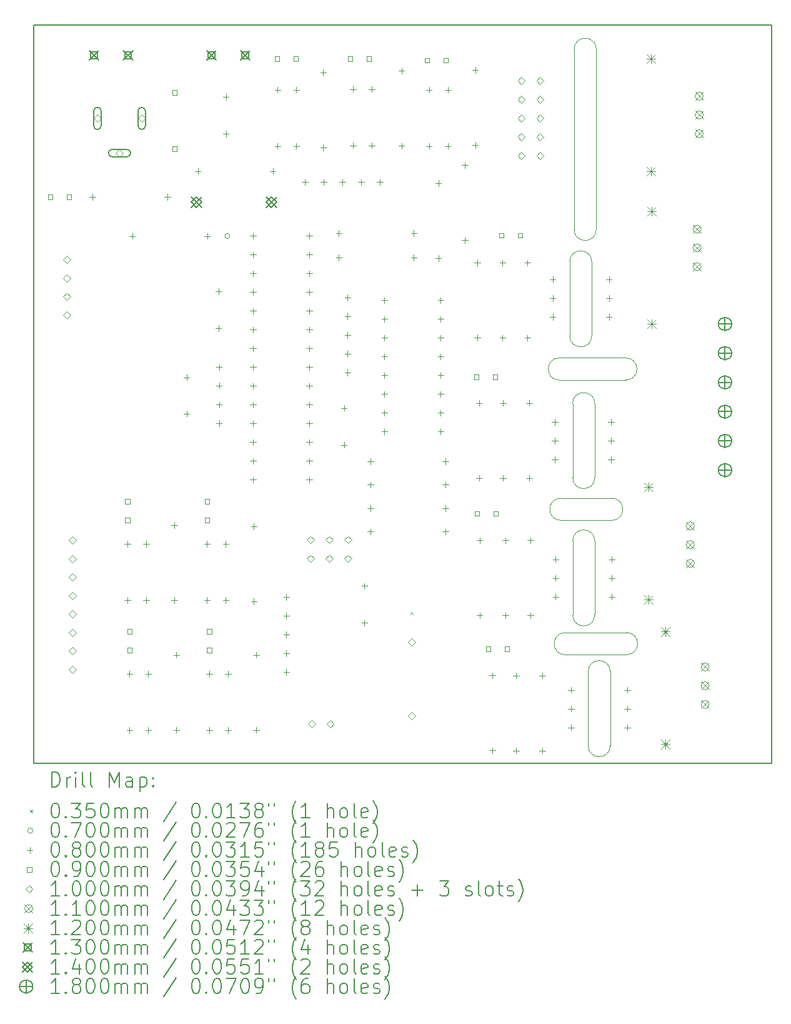
<source format=gbr>
%TF.GenerationSoftware,KiCad,Pcbnew,(6.0.8)*%
%TF.CreationDate,2022-11-15T21:15:28+04:00*%
%TF.ProjectId,Dryer2,44727965-7232-42e6-9b69-6361645f7063,rev?*%
%TF.SameCoordinates,Original*%
%TF.FileFunction,Drillmap*%
%TF.FilePolarity,Positive*%
%FSLAX45Y45*%
G04 Gerber Fmt 4.5, Leading zero omitted, Abs format (unit mm)*
G04 Created by KiCad (PCBNEW (6.0.8)) date 2022-11-15 21:15:28*
%MOMM*%
%LPD*%
G01*
G04 APERTURE LIST*
%ADD10C,0.100000*%
%ADD11C,0.200000*%
%ADD12C,0.035000*%
%ADD13C,0.070000*%
%ADD14C,0.080000*%
%ADD15C,0.090000*%
%ADD16C,0.110000*%
%ADD17C,0.120000*%
%ADD18C,0.130000*%
%ADD19C,0.140000*%
%ADD20C,0.180000*%
G04 APERTURE END LIST*
D10*
X24730000Y-12650000D02*
X25420000Y-12650000D01*
X24730000Y-12350000D02*
G75*
G03*
X24730000Y-12650000I0J-150000D01*
G01*
X24730000Y-12350000D02*
X25420000Y-12350000D01*
X25420000Y-12650000D02*
G75*
G03*
X25420000Y-12350000I0J150000D01*
G01*
X25210000Y-6270000D02*
G75*
G03*
X24910000Y-6270000I-150000J0D01*
G01*
X24910000Y-8710000D02*
G75*
G03*
X25210000Y-8710000I150000J0D01*
G01*
X24910000Y-8710000D02*
X24910000Y-6270000D01*
X25210000Y-8710000D02*
X25210000Y-6270000D01*
X25620000Y-14470000D02*
G75*
G03*
X25620000Y-14170000I0J150000D01*
G01*
X24790000Y-14170000D02*
G75*
G03*
X24790000Y-14470000I0J-150000D01*
G01*
X24790000Y-14170000D02*
X25620000Y-14170000D01*
X24790000Y-14470000D02*
X25620000Y-14470000D01*
X25610000Y-10750000D02*
G75*
G03*
X25610000Y-10450000I0J150000D01*
G01*
X24710000Y-10450000D02*
G75*
G03*
X24710000Y-10750000I0J-150000D01*
G01*
X24710000Y-10450000D02*
X25610000Y-10450000D01*
X24710000Y-10750000D02*
X25610000Y-10750000D01*
X24850000Y-10150000D02*
G75*
G03*
X25150000Y-10150000I150000J0D01*
G01*
X25150000Y-9150000D02*
G75*
G03*
X24850000Y-9150000I-150000J0D01*
G01*
X25150000Y-9150000D02*
X25150000Y-10150000D01*
X24850000Y-9150000D02*
X24850000Y-10150000D01*
X24890000Y-12070000D02*
G75*
G03*
X25190000Y-12070000I150000J0D01*
G01*
X25190000Y-11070000D02*
G75*
G03*
X24890000Y-11070000I-150000J0D01*
G01*
X25190000Y-11070000D02*
X25190000Y-12070000D01*
X24890000Y-11070000D02*
X24890000Y-12070000D01*
X24890000Y-13930000D02*
G75*
G03*
X25190000Y-13930000I150000J0D01*
G01*
X25190000Y-12930000D02*
G75*
G03*
X24890000Y-12930000I-150000J0D01*
G01*
X25190000Y-12930000D02*
X25190000Y-13930000D01*
X24890000Y-12930000D02*
X24890000Y-13930000D01*
X25400000Y-14700000D02*
X25400000Y-15700000D01*
X25100000Y-14700000D02*
X25100000Y-15700000D01*
X25100000Y-15700000D02*
G75*
G03*
X25400000Y-15700000I150000J0D01*
G01*
X25400000Y-14700000D02*
G75*
G03*
X25100000Y-14700000I-150000J0D01*
G01*
D11*
X17584400Y-5938500D02*
X27584400Y-5938500D01*
X27584400Y-5938500D02*
X27584400Y-15938500D01*
X27584400Y-15938500D02*
X17584400Y-15938500D01*
X17584400Y-15938500D02*
X17584400Y-5938500D01*
D12*
X22692500Y-13892500D02*
X22727500Y-13927500D01*
X22727500Y-13892500D02*
X22692500Y-13927500D01*
D13*
X20245000Y-8800000D02*
G75*
G03*
X20245000Y-8800000I-35000J0D01*
G01*
D14*
X18382000Y-8230000D02*
X18382000Y-8310000D01*
X18342000Y-8270000D02*
X18422000Y-8270000D01*
X18856000Y-12928500D02*
X18856000Y-13008500D01*
X18816000Y-12968500D02*
X18896000Y-12968500D01*
X18856000Y-13690500D02*
X18856000Y-13770500D01*
X18816000Y-13730500D02*
X18896000Y-13730500D01*
X18886000Y-14689000D02*
X18886000Y-14769000D01*
X18846000Y-14729000D02*
X18926000Y-14729000D01*
X18886000Y-15451000D02*
X18886000Y-15531000D01*
X18846000Y-15491000D02*
X18926000Y-15491000D01*
X18922000Y-8760000D02*
X18922000Y-8840000D01*
X18882000Y-8800000D02*
X18962000Y-8800000D01*
X19110000Y-12928500D02*
X19110000Y-13008500D01*
X19070000Y-12968500D02*
X19150000Y-12968500D01*
X19110000Y-13690500D02*
X19110000Y-13770500D01*
X19070000Y-13730500D02*
X19150000Y-13730500D01*
X19140000Y-14689000D02*
X19140000Y-14769000D01*
X19100000Y-14729000D02*
X19180000Y-14729000D01*
X19140000Y-15451000D02*
X19140000Y-15531000D01*
X19100000Y-15491000D02*
X19180000Y-15491000D01*
X19398000Y-8230000D02*
X19398000Y-8310000D01*
X19358000Y-8270000D02*
X19438000Y-8270000D01*
X19490500Y-12673500D02*
X19490500Y-12753500D01*
X19450500Y-12713500D02*
X19530500Y-12713500D01*
X19490500Y-13689500D02*
X19490500Y-13769500D01*
X19450500Y-13729500D02*
X19530500Y-13729500D01*
X19520500Y-14434000D02*
X19520500Y-14514000D01*
X19480500Y-14474000D02*
X19560500Y-14474000D01*
X19520500Y-15450000D02*
X19520500Y-15530000D01*
X19480500Y-15490000D02*
X19560500Y-15490000D01*
X19659600Y-10675000D02*
X19659600Y-10755000D01*
X19619600Y-10715000D02*
X19699600Y-10715000D01*
X19659600Y-11165000D02*
X19659600Y-11245000D01*
X19619600Y-11205000D02*
X19699600Y-11205000D01*
X19812000Y-7880000D02*
X19812000Y-7960000D01*
X19772000Y-7920000D02*
X19852000Y-7920000D01*
X19935500Y-12928500D02*
X19935500Y-13008500D01*
X19895500Y-12968500D02*
X19975500Y-12968500D01*
X19935500Y-13690500D02*
X19935500Y-13770500D01*
X19895500Y-13730500D02*
X19975500Y-13730500D01*
X19938000Y-8760000D02*
X19938000Y-8840000D01*
X19898000Y-8800000D02*
X19978000Y-8800000D01*
X19965500Y-14689000D02*
X19965500Y-14769000D01*
X19925500Y-14729000D02*
X20005500Y-14729000D01*
X19965500Y-15451000D02*
X19965500Y-15531000D01*
X19925500Y-15491000D02*
X20005500Y-15491000D01*
X20090000Y-9510000D02*
X20090000Y-9590000D01*
X20050000Y-9550000D02*
X20130000Y-9550000D01*
X20090000Y-10010000D02*
X20090000Y-10090000D01*
X20050000Y-10050000D02*
X20130000Y-10050000D01*
X20100000Y-10535000D02*
X20100000Y-10615000D01*
X20060000Y-10575000D02*
X20140000Y-10575000D01*
X20100000Y-10785000D02*
X20100000Y-10865000D01*
X20060000Y-10825000D02*
X20140000Y-10825000D01*
X20100000Y-11045000D02*
X20100000Y-11125000D01*
X20060000Y-11085000D02*
X20140000Y-11085000D01*
X20100000Y-11295000D02*
X20100000Y-11375000D01*
X20060000Y-11335000D02*
X20140000Y-11335000D01*
X20189500Y-12928500D02*
X20189500Y-13008500D01*
X20149500Y-12968500D02*
X20229500Y-12968500D01*
X20189500Y-13690500D02*
X20189500Y-13770500D01*
X20149500Y-13730500D02*
X20229500Y-13730500D01*
X20193000Y-6875765D02*
X20193000Y-6955765D01*
X20153000Y-6915765D02*
X20233000Y-6915765D01*
X20193000Y-7375765D02*
X20193000Y-7455765D01*
X20153000Y-7415765D02*
X20233000Y-7415765D01*
X20219500Y-14689000D02*
X20219500Y-14769000D01*
X20179500Y-14729000D02*
X20259500Y-14729000D01*
X20219500Y-15451000D02*
X20219500Y-15531000D01*
X20179500Y-15491000D02*
X20259500Y-15491000D01*
X20560000Y-8757500D02*
X20560000Y-8837500D01*
X20520000Y-8797500D02*
X20600000Y-8797500D01*
X20560000Y-9011500D02*
X20560000Y-9091500D01*
X20520000Y-9051500D02*
X20600000Y-9051500D01*
X20560000Y-9265500D02*
X20560000Y-9345500D01*
X20520000Y-9305500D02*
X20600000Y-9305500D01*
X20560000Y-9519500D02*
X20560000Y-9599500D01*
X20520000Y-9559500D02*
X20600000Y-9559500D01*
X20560000Y-9773500D02*
X20560000Y-9853500D01*
X20520000Y-9813500D02*
X20600000Y-9813500D01*
X20560000Y-10027500D02*
X20560000Y-10107500D01*
X20520000Y-10067500D02*
X20600000Y-10067500D01*
X20560000Y-10281500D02*
X20560000Y-10361500D01*
X20520000Y-10321500D02*
X20600000Y-10321500D01*
X20560000Y-10535500D02*
X20560000Y-10615500D01*
X20520000Y-10575500D02*
X20600000Y-10575500D01*
X20560000Y-10789500D02*
X20560000Y-10869500D01*
X20520000Y-10829500D02*
X20600000Y-10829500D01*
X20560000Y-11043500D02*
X20560000Y-11123500D01*
X20520000Y-11083500D02*
X20600000Y-11083500D01*
X20560000Y-11297500D02*
X20560000Y-11377500D01*
X20520000Y-11337500D02*
X20600000Y-11337500D01*
X20560000Y-11551500D02*
X20560000Y-11631500D01*
X20520000Y-11591500D02*
X20600000Y-11591500D01*
X20560000Y-11805500D02*
X20560000Y-11885500D01*
X20520000Y-11845500D02*
X20600000Y-11845500D01*
X20560000Y-12059500D02*
X20560000Y-12139500D01*
X20520000Y-12099500D02*
X20600000Y-12099500D01*
X20570000Y-12692000D02*
X20570000Y-12772000D01*
X20530000Y-12732000D02*
X20610000Y-12732000D01*
X20570000Y-13708000D02*
X20570000Y-13788000D01*
X20530000Y-13748000D02*
X20610000Y-13748000D01*
X20600000Y-14434000D02*
X20600000Y-14514000D01*
X20560000Y-14474000D02*
X20640000Y-14474000D01*
X20600000Y-15450000D02*
X20600000Y-15530000D01*
X20560000Y-15490000D02*
X20640000Y-15490000D01*
X20828000Y-7880000D02*
X20828000Y-7960000D01*
X20788000Y-7920000D02*
X20868000Y-7920000D01*
X20893500Y-6780000D02*
X20893500Y-6860000D01*
X20853500Y-6820000D02*
X20933500Y-6820000D01*
X20893500Y-7542000D02*
X20893500Y-7622000D01*
X20853500Y-7582000D02*
X20933500Y-7582000D01*
X21010000Y-13650000D02*
X21010000Y-13730000D01*
X20970000Y-13690000D02*
X21050000Y-13690000D01*
X21010000Y-13904000D02*
X21010000Y-13984000D01*
X20970000Y-13944000D02*
X21050000Y-13944000D01*
X21010000Y-14158000D02*
X21010000Y-14238000D01*
X20970000Y-14198000D02*
X21050000Y-14198000D01*
X21010000Y-14412000D02*
X21010000Y-14492000D01*
X20970000Y-14452000D02*
X21050000Y-14452000D01*
X21010000Y-14666000D02*
X21010000Y-14746000D01*
X20970000Y-14706000D02*
X21050000Y-14706000D01*
X21147500Y-6780000D02*
X21147500Y-6860000D01*
X21107500Y-6820000D02*
X21187500Y-6820000D01*
X21147500Y-7542000D02*
X21147500Y-7622000D01*
X21107500Y-7582000D02*
X21187500Y-7582000D01*
X21260000Y-8030000D02*
X21260000Y-8110000D01*
X21220000Y-8070000D02*
X21300000Y-8070000D01*
X21322000Y-8757500D02*
X21322000Y-8837500D01*
X21282000Y-8797500D02*
X21362000Y-8797500D01*
X21322000Y-9011500D02*
X21322000Y-9091500D01*
X21282000Y-9051500D02*
X21362000Y-9051500D01*
X21322000Y-9265500D02*
X21322000Y-9345500D01*
X21282000Y-9305500D02*
X21362000Y-9305500D01*
X21322000Y-9519500D02*
X21322000Y-9599500D01*
X21282000Y-9559500D02*
X21362000Y-9559500D01*
X21322000Y-9773500D02*
X21322000Y-9853500D01*
X21282000Y-9813500D02*
X21362000Y-9813500D01*
X21322000Y-10027500D02*
X21322000Y-10107500D01*
X21282000Y-10067500D02*
X21362000Y-10067500D01*
X21322000Y-10281500D02*
X21322000Y-10361500D01*
X21282000Y-10321500D02*
X21362000Y-10321500D01*
X21322000Y-10535500D02*
X21322000Y-10615500D01*
X21282000Y-10575500D02*
X21362000Y-10575500D01*
X21322000Y-10789500D02*
X21322000Y-10869500D01*
X21282000Y-10829500D02*
X21362000Y-10829500D01*
X21322000Y-11043500D02*
X21322000Y-11123500D01*
X21282000Y-11083500D02*
X21362000Y-11083500D01*
X21322000Y-11297500D02*
X21322000Y-11377500D01*
X21282000Y-11337500D02*
X21362000Y-11337500D01*
X21322000Y-11551500D02*
X21322000Y-11631500D01*
X21282000Y-11591500D02*
X21362000Y-11591500D01*
X21322000Y-11805500D02*
X21322000Y-11885500D01*
X21282000Y-11845500D02*
X21362000Y-11845500D01*
X21322000Y-12059500D02*
X21322000Y-12139500D01*
X21282000Y-12099500D02*
X21362000Y-12099500D01*
X21510000Y-6544000D02*
X21510000Y-6624000D01*
X21470000Y-6584000D02*
X21550000Y-6584000D01*
X21510000Y-7560000D02*
X21510000Y-7640000D01*
X21470000Y-7600000D02*
X21550000Y-7600000D01*
X21514000Y-8030000D02*
X21514000Y-8110000D01*
X21474000Y-8070000D02*
X21554000Y-8070000D01*
X21722000Y-8720000D02*
X21722000Y-8800000D01*
X21682000Y-8760000D02*
X21762000Y-8760000D01*
X21722000Y-9050000D02*
X21722000Y-9130000D01*
X21682000Y-9090000D02*
X21762000Y-9090000D01*
X21768000Y-8030000D02*
X21768000Y-8110000D01*
X21728000Y-8070000D02*
X21808000Y-8070000D01*
X21793200Y-11089200D02*
X21793200Y-11169200D01*
X21753200Y-11129200D02*
X21833200Y-11129200D01*
X21793200Y-11589200D02*
X21793200Y-11669200D01*
X21753200Y-11629200D02*
X21833200Y-11629200D01*
X21840000Y-9594000D02*
X21840000Y-9674000D01*
X21800000Y-9634000D02*
X21880000Y-9634000D01*
X21840000Y-9848000D02*
X21840000Y-9928000D01*
X21800000Y-9888000D02*
X21880000Y-9888000D01*
X21840000Y-10102000D02*
X21840000Y-10182000D01*
X21800000Y-10142000D02*
X21880000Y-10142000D01*
X21840000Y-10356000D02*
X21840000Y-10436000D01*
X21800000Y-10396000D02*
X21880000Y-10396000D01*
X21840000Y-10610000D02*
X21840000Y-10690000D01*
X21800000Y-10650000D02*
X21880000Y-10650000D01*
X21913500Y-6770000D02*
X21913500Y-6850000D01*
X21873500Y-6810000D02*
X21953500Y-6810000D01*
X21913500Y-7532000D02*
X21913500Y-7612000D01*
X21873500Y-7572000D02*
X21953500Y-7572000D01*
X22022000Y-8030000D02*
X22022000Y-8110000D01*
X21982000Y-8070000D02*
X22062000Y-8070000D01*
X22070000Y-13500000D02*
X22070000Y-13580000D01*
X22030000Y-13540000D02*
X22110000Y-13540000D01*
X22070000Y-14000000D02*
X22070000Y-14080000D01*
X22030000Y-14040000D02*
X22110000Y-14040000D01*
X22150000Y-11810000D02*
X22150000Y-11890000D01*
X22110000Y-11850000D02*
X22190000Y-11850000D01*
X22150000Y-12127500D02*
X22150000Y-12207500D01*
X22110000Y-12167500D02*
X22190000Y-12167500D01*
X22150000Y-12445000D02*
X22150000Y-12525000D01*
X22110000Y-12485000D02*
X22190000Y-12485000D01*
X22150000Y-12762500D02*
X22150000Y-12842500D01*
X22110000Y-12802500D02*
X22190000Y-12802500D01*
X22167500Y-6770000D02*
X22167500Y-6850000D01*
X22127500Y-6810000D02*
X22207500Y-6810000D01*
X22167500Y-7532000D02*
X22167500Y-7612000D01*
X22127500Y-7572000D02*
X22207500Y-7572000D01*
X22276000Y-8030000D02*
X22276000Y-8110000D01*
X22236000Y-8070000D02*
X22316000Y-8070000D01*
X22340000Y-9630000D02*
X22340000Y-9710000D01*
X22300000Y-9670000D02*
X22380000Y-9670000D01*
X22340000Y-9884000D02*
X22340000Y-9964000D01*
X22300000Y-9924000D02*
X22380000Y-9924000D01*
X22340000Y-10138000D02*
X22340000Y-10218000D01*
X22300000Y-10178000D02*
X22380000Y-10178000D01*
X22340000Y-10392000D02*
X22340000Y-10472000D01*
X22300000Y-10432000D02*
X22380000Y-10432000D01*
X22340000Y-10646000D02*
X22340000Y-10726000D01*
X22300000Y-10686000D02*
X22380000Y-10686000D01*
X22340000Y-10900000D02*
X22340000Y-10980000D01*
X22300000Y-10940000D02*
X22380000Y-10940000D01*
X22340000Y-11154000D02*
X22340000Y-11234000D01*
X22300000Y-11194000D02*
X22380000Y-11194000D01*
X22340000Y-11408000D02*
X22340000Y-11488000D01*
X22300000Y-11448000D02*
X22380000Y-11448000D01*
X22570000Y-6524000D02*
X22570000Y-6604000D01*
X22530000Y-6564000D02*
X22610000Y-6564000D01*
X22570000Y-7540000D02*
X22570000Y-7620000D01*
X22530000Y-7580000D02*
X22610000Y-7580000D01*
X22738000Y-8720000D02*
X22738000Y-8800000D01*
X22698000Y-8760000D02*
X22778000Y-8760000D01*
X22738000Y-9050000D02*
X22738000Y-9130000D01*
X22698000Y-9090000D02*
X22778000Y-9090000D01*
X22943500Y-6780000D02*
X22943500Y-6860000D01*
X22903500Y-6820000D02*
X22983500Y-6820000D01*
X22943500Y-7542000D02*
X22943500Y-7622000D01*
X22903500Y-7582000D02*
X22983500Y-7582000D01*
X23070000Y-8042000D02*
X23070000Y-8122000D01*
X23030000Y-8082000D02*
X23110000Y-8082000D01*
X23070000Y-9058000D02*
X23070000Y-9138000D01*
X23030000Y-9098000D02*
X23110000Y-9098000D01*
X23102000Y-9630000D02*
X23102000Y-9710000D01*
X23062000Y-9670000D02*
X23142000Y-9670000D01*
X23102000Y-9884000D02*
X23102000Y-9964000D01*
X23062000Y-9924000D02*
X23142000Y-9924000D01*
X23102000Y-10138000D02*
X23102000Y-10218000D01*
X23062000Y-10178000D02*
X23142000Y-10178000D01*
X23102000Y-10392000D02*
X23102000Y-10472000D01*
X23062000Y-10432000D02*
X23142000Y-10432000D01*
X23102000Y-10646000D02*
X23102000Y-10726000D01*
X23062000Y-10686000D02*
X23142000Y-10686000D01*
X23102000Y-10900000D02*
X23102000Y-10980000D01*
X23062000Y-10940000D02*
X23142000Y-10940000D01*
X23102000Y-11154000D02*
X23102000Y-11234000D01*
X23062000Y-11194000D02*
X23142000Y-11194000D01*
X23102000Y-11408000D02*
X23102000Y-11488000D01*
X23062000Y-11448000D02*
X23142000Y-11448000D01*
X23166000Y-11810000D02*
X23166000Y-11890000D01*
X23126000Y-11850000D02*
X23206000Y-11850000D01*
X23166000Y-12127500D02*
X23166000Y-12207500D01*
X23126000Y-12167500D02*
X23206000Y-12167500D01*
X23166000Y-12445000D02*
X23166000Y-12525000D01*
X23126000Y-12485000D02*
X23206000Y-12485000D01*
X23166000Y-12762500D02*
X23166000Y-12842500D01*
X23126000Y-12802500D02*
X23206000Y-12802500D01*
X23197500Y-6780000D02*
X23197500Y-6860000D01*
X23157500Y-6820000D02*
X23237500Y-6820000D01*
X23197500Y-7542000D02*
X23197500Y-7622000D01*
X23157500Y-7582000D02*
X23237500Y-7582000D01*
X23430000Y-7802000D02*
X23430000Y-7882000D01*
X23390000Y-7842000D02*
X23470000Y-7842000D01*
X23430000Y-8818000D02*
X23430000Y-8898000D01*
X23390000Y-8858000D02*
X23470000Y-8858000D01*
X23570000Y-6512000D02*
X23570000Y-6592000D01*
X23530000Y-6552000D02*
X23610000Y-6552000D01*
X23570000Y-7528000D02*
X23570000Y-7608000D01*
X23530000Y-7568000D02*
X23610000Y-7568000D01*
X23600000Y-9120000D02*
X23600000Y-9200000D01*
X23560000Y-9160000D02*
X23640000Y-9160000D01*
X23600000Y-10136000D02*
X23600000Y-10216000D01*
X23560000Y-10176000D02*
X23640000Y-10176000D01*
X23620000Y-11022000D02*
X23620000Y-11102000D01*
X23580000Y-11062000D02*
X23660000Y-11062000D01*
X23620000Y-12038000D02*
X23620000Y-12118000D01*
X23580000Y-12078000D02*
X23660000Y-12078000D01*
X23630000Y-12882000D02*
X23630000Y-12962000D01*
X23590000Y-12922000D02*
X23670000Y-12922000D01*
X23630000Y-13898000D02*
X23630000Y-13978000D01*
X23590000Y-13938000D02*
X23670000Y-13938000D01*
X23800000Y-14710000D02*
X23800000Y-14790000D01*
X23760000Y-14750000D02*
X23840000Y-14750000D01*
X23800000Y-15726000D02*
X23800000Y-15806000D01*
X23760000Y-15766000D02*
X23840000Y-15766000D01*
X23940000Y-9122000D02*
X23940000Y-9202000D01*
X23900000Y-9162000D02*
X23980000Y-9162000D01*
X23940000Y-10138000D02*
X23940000Y-10218000D01*
X23900000Y-10178000D02*
X23980000Y-10178000D01*
X23944400Y-11022000D02*
X23944400Y-11102000D01*
X23904400Y-11062000D02*
X23984400Y-11062000D01*
X23944400Y-12038000D02*
X23944400Y-12118000D01*
X23904400Y-12078000D02*
X23984400Y-12078000D01*
X23980000Y-12882000D02*
X23980000Y-12962000D01*
X23940000Y-12922000D02*
X24020000Y-12922000D01*
X23980000Y-13898000D02*
X23980000Y-13978000D01*
X23940000Y-13938000D02*
X24020000Y-13938000D01*
X24124400Y-14712000D02*
X24124400Y-14792000D01*
X24084400Y-14752000D02*
X24164400Y-14752000D01*
X24124400Y-15728000D02*
X24124400Y-15808000D01*
X24084400Y-15768000D02*
X24164400Y-15768000D01*
X24280000Y-9122000D02*
X24280000Y-9202000D01*
X24240000Y-9162000D02*
X24320000Y-9162000D01*
X24280000Y-10138000D02*
X24280000Y-10218000D01*
X24240000Y-10178000D02*
X24320000Y-10178000D01*
X24300000Y-11022000D02*
X24300000Y-11102000D01*
X24260000Y-11062000D02*
X24340000Y-11062000D01*
X24300000Y-12038000D02*
X24300000Y-12118000D01*
X24260000Y-12078000D02*
X24340000Y-12078000D01*
X24320000Y-12882000D02*
X24320000Y-12962000D01*
X24280000Y-12922000D02*
X24360000Y-12922000D01*
X24320000Y-13898000D02*
X24320000Y-13978000D01*
X24280000Y-13938000D02*
X24360000Y-13938000D01*
X24480000Y-14712000D02*
X24480000Y-14792000D01*
X24440000Y-14752000D02*
X24520000Y-14752000D01*
X24480000Y-15728000D02*
X24480000Y-15808000D01*
X24440000Y-15768000D02*
X24520000Y-15768000D01*
X24620000Y-9347500D02*
X24620000Y-9427500D01*
X24580000Y-9387500D02*
X24660000Y-9387500D01*
X24620000Y-9601500D02*
X24620000Y-9681500D01*
X24580000Y-9641500D02*
X24660000Y-9641500D01*
X24620000Y-9855500D02*
X24620000Y-9935500D01*
X24580000Y-9895500D02*
X24660000Y-9895500D01*
X24650000Y-11277500D02*
X24650000Y-11357500D01*
X24610000Y-11317500D02*
X24690000Y-11317500D01*
X24650000Y-11531500D02*
X24650000Y-11611500D01*
X24610000Y-11571500D02*
X24690000Y-11571500D01*
X24650000Y-11785500D02*
X24650000Y-11865500D01*
X24610000Y-11825500D02*
X24690000Y-11825500D01*
X24661200Y-13137500D02*
X24661200Y-13217500D01*
X24621200Y-13177500D02*
X24701200Y-13177500D01*
X24661200Y-13391500D02*
X24661200Y-13471500D01*
X24621200Y-13431500D02*
X24701200Y-13431500D01*
X24661200Y-13645500D02*
X24661200Y-13725500D01*
X24621200Y-13685500D02*
X24701200Y-13685500D01*
X24870000Y-14907500D02*
X24870000Y-14987500D01*
X24830000Y-14947500D02*
X24910000Y-14947500D01*
X24870000Y-15161500D02*
X24870000Y-15241500D01*
X24830000Y-15201500D02*
X24910000Y-15201500D01*
X24870000Y-15415500D02*
X24870000Y-15495500D01*
X24830000Y-15455500D02*
X24910000Y-15455500D01*
X25382000Y-9347500D02*
X25382000Y-9427500D01*
X25342000Y-9387500D02*
X25422000Y-9387500D01*
X25382000Y-9601500D02*
X25382000Y-9681500D01*
X25342000Y-9641500D02*
X25422000Y-9641500D01*
X25382000Y-9855500D02*
X25382000Y-9935500D01*
X25342000Y-9895500D02*
X25422000Y-9895500D01*
X25412000Y-11277500D02*
X25412000Y-11357500D01*
X25372000Y-11317500D02*
X25452000Y-11317500D01*
X25412000Y-11531500D02*
X25412000Y-11611500D01*
X25372000Y-11571500D02*
X25452000Y-11571500D01*
X25412000Y-11785500D02*
X25412000Y-11865500D01*
X25372000Y-11825500D02*
X25452000Y-11825500D01*
X25423200Y-13137500D02*
X25423200Y-13217500D01*
X25383200Y-13177500D02*
X25463200Y-13177500D01*
X25423200Y-13391500D02*
X25423200Y-13471500D01*
X25383200Y-13431500D02*
X25463200Y-13431500D01*
X25423200Y-13645500D02*
X25423200Y-13725500D01*
X25383200Y-13685500D02*
X25463200Y-13685500D01*
X25632000Y-14907500D02*
X25632000Y-14987500D01*
X25592000Y-14947500D02*
X25672000Y-14947500D01*
X25632000Y-15161500D02*
X25632000Y-15241500D01*
X25592000Y-15201500D02*
X25672000Y-15201500D01*
X25632000Y-15415500D02*
X25632000Y-15495500D01*
X25592000Y-15455500D02*
X25672000Y-15455500D01*
D15*
X17844320Y-8301820D02*
X17844320Y-8238180D01*
X17780680Y-8238180D01*
X17780680Y-8301820D01*
X17844320Y-8301820D01*
X18098320Y-8301820D02*
X18098320Y-8238180D01*
X18034680Y-8238180D01*
X18034680Y-8301820D01*
X18098320Y-8301820D01*
X18887320Y-12427320D02*
X18887320Y-12363680D01*
X18823680Y-12363680D01*
X18823680Y-12427320D01*
X18887320Y-12427320D01*
X18887320Y-12681320D02*
X18887320Y-12617680D01*
X18823680Y-12617680D01*
X18823680Y-12681320D01*
X18887320Y-12681320D01*
X18917320Y-14187820D02*
X18917320Y-14124180D01*
X18853680Y-14124180D01*
X18853680Y-14187820D01*
X18917320Y-14187820D01*
X18917320Y-14441820D02*
X18917320Y-14378180D01*
X18853680Y-14378180D01*
X18853680Y-14441820D01*
X18917320Y-14441820D01*
X19526320Y-6889820D02*
X19526320Y-6826180D01*
X19462680Y-6826180D01*
X19462680Y-6889820D01*
X19526320Y-6889820D01*
X19526320Y-7651820D02*
X19526320Y-7588180D01*
X19462680Y-7588180D01*
X19462680Y-7651820D01*
X19526320Y-7651820D01*
X19966820Y-12427320D02*
X19966820Y-12363680D01*
X19903180Y-12363680D01*
X19903180Y-12427320D01*
X19966820Y-12427320D01*
X19966820Y-12681320D02*
X19966820Y-12617680D01*
X19903180Y-12617680D01*
X19903180Y-12681320D01*
X19966820Y-12681320D01*
X19996820Y-14187820D02*
X19996820Y-14124180D01*
X19933180Y-14124180D01*
X19933180Y-14187820D01*
X19996820Y-14187820D01*
X19996820Y-14441820D02*
X19996820Y-14378180D01*
X19933180Y-14378180D01*
X19933180Y-14441820D01*
X19996820Y-14441820D01*
X20917820Y-6431820D02*
X20917820Y-6368180D01*
X20854180Y-6368180D01*
X20854180Y-6431820D01*
X20917820Y-6431820D01*
X21171820Y-6431820D02*
X21171820Y-6368180D01*
X21108180Y-6368180D01*
X21108180Y-6431820D01*
X21171820Y-6431820D01*
X21907820Y-6431820D02*
X21907820Y-6368180D01*
X21844180Y-6368180D01*
X21844180Y-6431820D01*
X21907820Y-6431820D01*
X22161820Y-6431820D02*
X22161820Y-6368180D01*
X22098180Y-6368180D01*
X22098180Y-6431820D01*
X22161820Y-6431820D01*
X22947820Y-6451820D02*
X22947820Y-6388180D01*
X22884180Y-6388180D01*
X22884180Y-6451820D01*
X22947820Y-6451820D01*
X23201820Y-6451820D02*
X23201820Y-6388180D01*
X23138180Y-6388180D01*
X23138180Y-6451820D01*
X23201820Y-6451820D01*
X23617820Y-10741820D02*
X23617820Y-10678180D01*
X23554180Y-10678180D01*
X23554180Y-10741820D01*
X23617820Y-10741820D01*
X23627820Y-12591820D02*
X23627820Y-12528180D01*
X23564180Y-12528180D01*
X23564180Y-12591820D01*
X23627820Y-12591820D01*
X23777820Y-14421820D02*
X23777820Y-14358180D01*
X23714180Y-14358180D01*
X23714180Y-14421820D01*
X23777820Y-14421820D01*
X23871820Y-10741820D02*
X23871820Y-10678180D01*
X23808180Y-10678180D01*
X23808180Y-10741820D01*
X23871820Y-10741820D01*
X23881820Y-12591820D02*
X23881820Y-12528180D01*
X23818180Y-12528180D01*
X23818180Y-12591820D01*
X23881820Y-12591820D01*
X23957820Y-8821820D02*
X23957820Y-8758180D01*
X23894180Y-8758180D01*
X23894180Y-8821820D01*
X23957820Y-8821820D01*
X24031820Y-14421820D02*
X24031820Y-14358180D01*
X23968180Y-14358180D01*
X23968180Y-14421820D01*
X24031820Y-14421820D01*
X24211820Y-8821820D02*
X24211820Y-8758180D01*
X24148180Y-8758180D01*
X24148180Y-8821820D01*
X24211820Y-8821820D01*
D10*
X18034000Y-9170000D02*
X18084000Y-9120000D01*
X18034000Y-9070000D01*
X17984000Y-9120000D01*
X18034000Y-9170000D01*
X18034000Y-9420000D02*
X18084000Y-9370000D01*
X18034000Y-9320000D01*
X17984000Y-9370000D01*
X18034000Y-9420000D01*
X18034000Y-9670000D02*
X18084000Y-9620000D01*
X18034000Y-9570000D01*
X17984000Y-9620000D01*
X18034000Y-9670000D01*
X18034000Y-9920000D02*
X18084000Y-9870000D01*
X18034000Y-9820000D01*
X17984000Y-9870000D01*
X18034000Y-9920000D01*
X18110000Y-12970000D02*
X18160000Y-12920000D01*
X18110000Y-12870000D01*
X18060000Y-12920000D01*
X18110000Y-12970000D01*
X18110000Y-13220000D02*
X18160000Y-13170000D01*
X18110000Y-13120000D01*
X18060000Y-13170000D01*
X18110000Y-13220000D01*
X18110000Y-13470000D02*
X18160000Y-13420000D01*
X18110000Y-13370000D01*
X18060000Y-13420000D01*
X18110000Y-13470000D01*
X18110000Y-13720000D02*
X18160000Y-13670000D01*
X18110000Y-13620000D01*
X18060000Y-13670000D01*
X18110000Y-13720000D01*
X18110000Y-13970000D02*
X18160000Y-13920000D01*
X18110000Y-13870000D01*
X18060000Y-13920000D01*
X18110000Y-13970000D01*
X18110000Y-14220000D02*
X18160000Y-14170000D01*
X18110000Y-14120000D01*
X18060000Y-14170000D01*
X18110000Y-14220000D01*
X18110000Y-14470000D02*
X18160000Y-14420000D01*
X18110000Y-14370000D01*
X18060000Y-14420000D01*
X18110000Y-14470000D01*
X18110000Y-14720000D02*
X18160000Y-14670000D01*
X18110000Y-14620000D01*
X18060000Y-14670000D01*
X18110000Y-14720000D01*
X18450000Y-7256750D02*
X18500000Y-7206750D01*
X18450000Y-7156750D01*
X18400000Y-7206750D01*
X18450000Y-7256750D01*
D11*
X18400000Y-7106750D02*
X18400000Y-7306750D01*
X18500000Y-7106750D02*
X18500000Y-7306750D01*
X18400000Y-7306750D02*
G75*
G03*
X18500000Y-7306750I50000J0D01*
G01*
X18500000Y-7106750D02*
G75*
G03*
X18400000Y-7106750I-50000J0D01*
G01*
D10*
X18750000Y-7726750D02*
X18800000Y-7676750D01*
X18750000Y-7626750D01*
X18700000Y-7676750D01*
X18750000Y-7726750D01*
D11*
X18650000Y-7726750D02*
X18850000Y-7726750D01*
X18650000Y-7626750D02*
X18850000Y-7626750D01*
X18850000Y-7726750D02*
G75*
G03*
X18850000Y-7626750I0J50000D01*
G01*
X18650000Y-7626750D02*
G75*
G03*
X18650000Y-7726750I0J-50000D01*
G01*
D10*
X19050000Y-7256750D02*
X19100000Y-7206750D01*
X19050000Y-7156750D01*
X19000000Y-7206750D01*
X19050000Y-7256750D01*
D11*
X19000000Y-7106750D02*
X19000000Y-7306750D01*
X19100000Y-7106750D02*
X19100000Y-7306750D01*
X19000000Y-7306750D02*
G75*
G03*
X19100000Y-7306750I50000J0D01*
G01*
X19100000Y-7106750D02*
G75*
G03*
X19000000Y-7106750I-50000J0D01*
G01*
D10*
X21337500Y-12963500D02*
X21387500Y-12913500D01*
X21337500Y-12863500D01*
X21287500Y-12913500D01*
X21337500Y-12963500D01*
X21337500Y-13217500D02*
X21387500Y-13167500D01*
X21337500Y-13117500D01*
X21287500Y-13167500D01*
X21337500Y-13217500D01*
X21355000Y-15460000D02*
X21405000Y-15410000D01*
X21355000Y-15360000D01*
X21305000Y-15410000D01*
X21355000Y-15460000D01*
X21591500Y-12963500D02*
X21641500Y-12913500D01*
X21591500Y-12863500D01*
X21541500Y-12913500D01*
X21591500Y-12963500D01*
X21591500Y-13217500D02*
X21641500Y-13167500D01*
X21591500Y-13117500D01*
X21541500Y-13167500D01*
X21591500Y-13217500D01*
X21605000Y-15460000D02*
X21655000Y-15410000D01*
X21605000Y-15360000D01*
X21555000Y-15410000D01*
X21605000Y-15460000D01*
X21845500Y-12963500D02*
X21895500Y-12913500D01*
X21845500Y-12863500D01*
X21795500Y-12913500D01*
X21845500Y-12963500D01*
X21845500Y-13217500D02*
X21895500Y-13167500D01*
X21845500Y-13117500D01*
X21795500Y-13167500D01*
X21845500Y-13217500D01*
X22710000Y-14350000D02*
X22760000Y-14300000D01*
X22710000Y-14250000D01*
X22660000Y-14300000D01*
X22710000Y-14350000D01*
X22710000Y-15350000D02*
X22760000Y-15300000D01*
X22710000Y-15250000D01*
X22660000Y-15300000D01*
X22710000Y-15350000D01*
X24194750Y-6742000D02*
X24244750Y-6692000D01*
X24194750Y-6642000D01*
X24144750Y-6692000D01*
X24194750Y-6742000D01*
X24194750Y-6996000D02*
X24244750Y-6946000D01*
X24194750Y-6896000D01*
X24144750Y-6946000D01*
X24194750Y-6996000D01*
X24194750Y-7250000D02*
X24244750Y-7200000D01*
X24194750Y-7150000D01*
X24144750Y-7200000D01*
X24194750Y-7250000D01*
X24194750Y-7504000D02*
X24244750Y-7454000D01*
X24194750Y-7404000D01*
X24144750Y-7454000D01*
X24194750Y-7504000D01*
X24194750Y-7758000D02*
X24244750Y-7708000D01*
X24194750Y-7658000D01*
X24144750Y-7708000D01*
X24194750Y-7758000D01*
X24448750Y-6742000D02*
X24498750Y-6692000D01*
X24448750Y-6642000D01*
X24398750Y-6692000D01*
X24448750Y-6742000D01*
X24448750Y-6996000D02*
X24498750Y-6946000D01*
X24448750Y-6896000D01*
X24398750Y-6946000D01*
X24448750Y-6996000D01*
X24448750Y-7250000D02*
X24498750Y-7200000D01*
X24448750Y-7150000D01*
X24398750Y-7200000D01*
X24448750Y-7250000D01*
X24448750Y-7504000D02*
X24498750Y-7454000D01*
X24448750Y-7404000D01*
X24398750Y-7454000D01*
X24448750Y-7504000D01*
X24448750Y-7758000D02*
X24498750Y-7708000D01*
X24448750Y-7658000D01*
X24398750Y-7708000D01*
X24448750Y-7758000D01*
D16*
X26430500Y-12671000D02*
X26540500Y-12781000D01*
X26540500Y-12671000D02*
X26430500Y-12781000D01*
X26540500Y-12726000D02*
G75*
G03*
X26540500Y-12726000I-55000J0D01*
G01*
X26430500Y-12925000D02*
X26540500Y-13035000D01*
X26540500Y-12925000D02*
X26430500Y-13035000D01*
X26540500Y-12980000D02*
G75*
G03*
X26540500Y-12980000I-55000J0D01*
G01*
X26430500Y-13179000D02*
X26540500Y-13289000D01*
X26540500Y-13179000D02*
X26430500Y-13289000D01*
X26540500Y-13234000D02*
G75*
G03*
X26540500Y-13234000I-55000J0D01*
G01*
X26520500Y-8651000D02*
X26630500Y-8761000D01*
X26630500Y-8651000D02*
X26520500Y-8761000D01*
X26630500Y-8706000D02*
G75*
G03*
X26630500Y-8706000I-55000J0D01*
G01*
X26520500Y-8905000D02*
X26630500Y-9015000D01*
X26630500Y-8905000D02*
X26520500Y-9015000D01*
X26630500Y-8960000D02*
G75*
G03*
X26630500Y-8960000I-55000J0D01*
G01*
X26520500Y-9159000D02*
X26630500Y-9269000D01*
X26630500Y-9159000D02*
X26520500Y-9269000D01*
X26630500Y-9214000D02*
G75*
G03*
X26630500Y-9214000I-55000J0D01*
G01*
X26550500Y-6851000D02*
X26660500Y-6961000D01*
X26660500Y-6851000D02*
X26550500Y-6961000D01*
X26660500Y-6906000D02*
G75*
G03*
X26660500Y-6906000I-55000J0D01*
G01*
X26550500Y-7105000D02*
X26660500Y-7215000D01*
X26660500Y-7105000D02*
X26550500Y-7215000D01*
X26660500Y-7160000D02*
G75*
G03*
X26660500Y-7160000I-55000J0D01*
G01*
X26550500Y-7359000D02*
X26660500Y-7469000D01*
X26660500Y-7359000D02*
X26550500Y-7469000D01*
X26660500Y-7414000D02*
G75*
G03*
X26660500Y-7414000I-55000J0D01*
G01*
X26630500Y-14581000D02*
X26740500Y-14691000D01*
X26740500Y-14581000D02*
X26630500Y-14691000D01*
X26740500Y-14636000D02*
G75*
G03*
X26740500Y-14636000I-55000J0D01*
G01*
X26630500Y-14835000D02*
X26740500Y-14945000D01*
X26740500Y-14835000D02*
X26630500Y-14945000D01*
X26740500Y-14890000D02*
G75*
G03*
X26740500Y-14890000I-55000J0D01*
G01*
X26630500Y-15089000D02*
X26740500Y-15199000D01*
X26740500Y-15089000D02*
X26630500Y-15199000D01*
X26740500Y-15144000D02*
G75*
G03*
X26740500Y-15144000I-55000J0D01*
G01*
D17*
X25860000Y-12136000D02*
X25980000Y-12256000D01*
X25980000Y-12136000D02*
X25860000Y-12256000D01*
X25920000Y-12136000D02*
X25920000Y-12256000D01*
X25860000Y-12196000D02*
X25980000Y-12196000D01*
X25860000Y-13660000D02*
X25980000Y-13780000D01*
X25980000Y-13660000D02*
X25860000Y-13780000D01*
X25920000Y-13660000D02*
X25920000Y-13780000D01*
X25860000Y-13720000D02*
X25980000Y-13720000D01*
X25890000Y-6338000D02*
X26010000Y-6458000D01*
X26010000Y-6338000D02*
X25890000Y-6458000D01*
X25950000Y-6338000D02*
X25950000Y-6458000D01*
X25890000Y-6398000D02*
X26010000Y-6398000D01*
X25890000Y-7862000D02*
X26010000Y-7982000D01*
X26010000Y-7862000D02*
X25890000Y-7982000D01*
X25950000Y-7862000D02*
X25950000Y-7982000D01*
X25890000Y-7922000D02*
X26010000Y-7922000D01*
X25900000Y-8408000D02*
X26020000Y-8528000D01*
X26020000Y-8408000D02*
X25900000Y-8528000D01*
X25960000Y-8408000D02*
X25960000Y-8528000D01*
X25900000Y-8468000D02*
X26020000Y-8468000D01*
X25900000Y-9932000D02*
X26020000Y-10052000D01*
X26020000Y-9932000D02*
X25900000Y-10052000D01*
X25960000Y-9932000D02*
X25960000Y-10052000D01*
X25900000Y-9992000D02*
X26020000Y-9992000D01*
X26090000Y-14098000D02*
X26210000Y-14218000D01*
X26210000Y-14098000D02*
X26090000Y-14218000D01*
X26150000Y-14098000D02*
X26150000Y-14218000D01*
X26090000Y-14158000D02*
X26210000Y-14158000D01*
X26090000Y-15622000D02*
X26210000Y-15742000D01*
X26210000Y-15622000D02*
X26090000Y-15742000D01*
X26150000Y-15622000D02*
X26150000Y-15742000D01*
X26090000Y-15682000D02*
X26210000Y-15682000D01*
D18*
X18341000Y-6285000D02*
X18471000Y-6415000D01*
X18471000Y-6285000D02*
X18341000Y-6415000D01*
X18451962Y-6395962D02*
X18451962Y-6304038D01*
X18360038Y-6304038D01*
X18360038Y-6395962D01*
X18451962Y-6395962D01*
X18801000Y-6285000D02*
X18931000Y-6415000D01*
X18931000Y-6285000D02*
X18801000Y-6415000D01*
X18911962Y-6395962D02*
X18911962Y-6304038D01*
X18820038Y-6304038D01*
X18820038Y-6395962D01*
X18911962Y-6395962D01*
X19931000Y-6285000D02*
X20061000Y-6415000D01*
X20061000Y-6285000D02*
X19931000Y-6415000D01*
X20041962Y-6395962D02*
X20041962Y-6304038D01*
X19950038Y-6304038D01*
X19950038Y-6395962D01*
X20041962Y-6395962D01*
X20391000Y-6285000D02*
X20521000Y-6415000D01*
X20521000Y-6285000D02*
X20391000Y-6415000D01*
X20501962Y-6395962D02*
X20501962Y-6304038D01*
X20410038Y-6304038D01*
X20410038Y-6395962D01*
X20501962Y-6395962D01*
D19*
X19722000Y-8270000D02*
X19862000Y-8410000D01*
X19862000Y-8270000D02*
X19722000Y-8410000D01*
X19792000Y-8410000D02*
X19862000Y-8340000D01*
X19792000Y-8270000D01*
X19722000Y-8340000D01*
X19792000Y-8410000D01*
X20738000Y-8270000D02*
X20878000Y-8410000D01*
X20878000Y-8270000D02*
X20738000Y-8410000D01*
X20808000Y-8410000D02*
X20878000Y-8340000D01*
X20808000Y-8270000D01*
X20738000Y-8340000D01*
X20808000Y-8410000D01*
D20*
X26955000Y-9900000D02*
X26955000Y-10080000D01*
X26865000Y-9990000D02*
X27045000Y-9990000D01*
X27045000Y-9990000D02*
G75*
G03*
X27045000Y-9990000I-90000J0D01*
G01*
X26955000Y-10296000D02*
X26955000Y-10476000D01*
X26865000Y-10386000D02*
X27045000Y-10386000D01*
X27045000Y-10386000D02*
G75*
G03*
X27045000Y-10386000I-90000J0D01*
G01*
X26955000Y-10692000D02*
X26955000Y-10872000D01*
X26865000Y-10782000D02*
X27045000Y-10782000D01*
X27045000Y-10782000D02*
G75*
G03*
X27045000Y-10782000I-90000J0D01*
G01*
X26955000Y-11088000D02*
X26955000Y-11268000D01*
X26865000Y-11178000D02*
X27045000Y-11178000D01*
X27045000Y-11178000D02*
G75*
G03*
X27045000Y-11178000I-90000J0D01*
G01*
X26955000Y-11484000D02*
X26955000Y-11664000D01*
X26865000Y-11574000D02*
X27045000Y-11574000D01*
X27045000Y-11574000D02*
G75*
G03*
X27045000Y-11574000I-90000J0D01*
G01*
X26955000Y-11880000D02*
X26955000Y-12060000D01*
X26865000Y-11970000D02*
X27045000Y-11970000D01*
X27045000Y-11970000D02*
G75*
G03*
X27045000Y-11970000I-90000J0D01*
G01*
D11*
X17832019Y-16258976D02*
X17832019Y-16058976D01*
X17879638Y-16058976D01*
X17908210Y-16068500D01*
X17927257Y-16087548D01*
X17936781Y-16106595D01*
X17946305Y-16144690D01*
X17946305Y-16173262D01*
X17936781Y-16211357D01*
X17927257Y-16230405D01*
X17908210Y-16249452D01*
X17879638Y-16258976D01*
X17832019Y-16258976D01*
X18032019Y-16258976D02*
X18032019Y-16125643D01*
X18032019Y-16163738D02*
X18041543Y-16144690D01*
X18051067Y-16135167D01*
X18070114Y-16125643D01*
X18089162Y-16125643D01*
X18155829Y-16258976D02*
X18155829Y-16125643D01*
X18155829Y-16058976D02*
X18146305Y-16068500D01*
X18155829Y-16078024D01*
X18165352Y-16068500D01*
X18155829Y-16058976D01*
X18155829Y-16078024D01*
X18279638Y-16258976D02*
X18260590Y-16249452D01*
X18251067Y-16230405D01*
X18251067Y-16058976D01*
X18384400Y-16258976D02*
X18365352Y-16249452D01*
X18355829Y-16230405D01*
X18355829Y-16058976D01*
X18612971Y-16258976D02*
X18612971Y-16058976D01*
X18679638Y-16201833D01*
X18746305Y-16058976D01*
X18746305Y-16258976D01*
X18927257Y-16258976D02*
X18927257Y-16154214D01*
X18917733Y-16135167D01*
X18898686Y-16125643D01*
X18860590Y-16125643D01*
X18841543Y-16135167D01*
X18927257Y-16249452D02*
X18908210Y-16258976D01*
X18860590Y-16258976D01*
X18841543Y-16249452D01*
X18832019Y-16230405D01*
X18832019Y-16211357D01*
X18841543Y-16192309D01*
X18860590Y-16182786D01*
X18908210Y-16182786D01*
X18927257Y-16173262D01*
X19022495Y-16125643D02*
X19022495Y-16325643D01*
X19022495Y-16135167D02*
X19041543Y-16125643D01*
X19079638Y-16125643D01*
X19098686Y-16135167D01*
X19108210Y-16144690D01*
X19117733Y-16163738D01*
X19117733Y-16220881D01*
X19108210Y-16239928D01*
X19098686Y-16249452D01*
X19079638Y-16258976D01*
X19041543Y-16258976D01*
X19022495Y-16249452D01*
X19203448Y-16239928D02*
X19212971Y-16249452D01*
X19203448Y-16258976D01*
X19193924Y-16249452D01*
X19203448Y-16239928D01*
X19203448Y-16258976D01*
X19203448Y-16135167D02*
X19212971Y-16144690D01*
X19203448Y-16154214D01*
X19193924Y-16144690D01*
X19203448Y-16135167D01*
X19203448Y-16154214D01*
D12*
X17539400Y-16571000D02*
X17574400Y-16606000D01*
X17574400Y-16571000D02*
X17539400Y-16606000D01*
D11*
X17870114Y-16478976D02*
X17889162Y-16478976D01*
X17908210Y-16488500D01*
X17917733Y-16498024D01*
X17927257Y-16517071D01*
X17936781Y-16555167D01*
X17936781Y-16602786D01*
X17927257Y-16640881D01*
X17917733Y-16659928D01*
X17908210Y-16669452D01*
X17889162Y-16678976D01*
X17870114Y-16678976D01*
X17851067Y-16669452D01*
X17841543Y-16659928D01*
X17832019Y-16640881D01*
X17822495Y-16602786D01*
X17822495Y-16555167D01*
X17832019Y-16517071D01*
X17841543Y-16498024D01*
X17851067Y-16488500D01*
X17870114Y-16478976D01*
X18022495Y-16659928D02*
X18032019Y-16669452D01*
X18022495Y-16678976D01*
X18012971Y-16669452D01*
X18022495Y-16659928D01*
X18022495Y-16678976D01*
X18098686Y-16478976D02*
X18222495Y-16478976D01*
X18155829Y-16555167D01*
X18184400Y-16555167D01*
X18203448Y-16564690D01*
X18212971Y-16574214D01*
X18222495Y-16593262D01*
X18222495Y-16640881D01*
X18212971Y-16659928D01*
X18203448Y-16669452D01*
X18184400Y-16678976D01*
X18127257Y-16678976D01*
X18108210Y-16669452D01*
X18098686Y-16659928D01*
X18403448Y-16478976D02*
X18308210Y-16478976D01*
X18298686Y-16574214D01*
X18308210Y-16564690D01*
X18327257Y-16555167D01*
X18374876Y-16555167D01*
X18393924Y-16564690D01*
X18403448Y-16574214D01*
X18412971Y-16593262D01*
X18412971Y-16640881D01*
X18403448Y-16659928D01*
X18393924Y-16669452D01*
X18374876Y-16678976D01*
X18327257Y-16678976D01*
X18308210Y-16669452D01*
X18298686Y-16659928D01*
X18536781Y-16478976D02*
X18555829Y-16478976D01*
X18574876Y-16488500D01*
X18584400Y-16498024D01*
X18593924Y-16517071D01*
X18603448Y-16555167D01*
X18603448Y-16602786D01*
X18593924Y-16640881D01*
X18584400Y-16659928D01*
X18574876Y-16669452D01*
X18555829Y-16678976D01*
X18536781Y-16678976D01*
X18517733Y-16669452D01*
X18508210Y-16659928D01*
X18498686Y-16640881D01*
X18489162Y-16602786D01*
X18489162Y-16555167D01*
X18498686Y-16517071D01*
X18508210Y-16498024D01*
X18517733Y-16488500D01*
X18536781Y-16478976D01*
X18689162Y-16678976D02*
X18689162Y-16545643D01*
X18689162Y-16564690D02*
X18698686Y-16555167D01*
X18717733Y-16545643D01*
X18746305Y-16545643D01*
X18765352Y-16555167D01*
X18774876Y-16574214D01*
X18774876Y-16678976D01*
X18774876Y-16574214D02*
X18784400Y-16555167D01*
X18803448Y-16545643D01*
X18832019Y-16545643D01*
X18851067Y-16555167D01*
X18860590Y-16574214D01*
X18860590Y-16678976D01*
X18955829Y-16678976D02*
X18955829Y-16545643D01*
X18955829Y-16564690D02*
X18965352Y-16555167D01*
X18984400Y-16545643D01*
X19012971Y-16545643D01*
X19032019Y-16555167D01*
X19041543Y-16574214D01*
X19041543Y-16678976D01*
X19041543Y-16574214D02*
X19051067Y-16555167D01*
X19070114Y-16545643D01*
X19098686Y-16545643D01*
X19117733Y-16555167D01*
X19127257Y-16574214D01*
X19127257Y-16678976D01*
X19517733Y-16469452D02*
X19346305Y-16726595D01*
X19774876Y-16478976D02*
X19793924Y-16478976D01*
X19812971Y-16488500D01*
X19822495Y-16498024D01*
X19832019Y-16517071D01*
X19841543Y-16555167D01*
X19841543Y-16602786D01*
X19832019Y-16640881D01*
X19822495Y-16659928D01*
X19812971Y-16669452D01*
X19793924Y-16678976D01*
X19774876Y-16678976D01*
X19755829Y-16669452D01*
X19746305Y-16659928D01*
X19736781Y-16640881D01*
X19727257Y-16602786D01*
X19727257Y-16555167D01*
X19736781Y-16517071D01*
X19746305Y-16498024D01*
X19755829Y-16488500D01*
X19774876Y-16478976D01*
X19927257Y-16659928D02*
X19936781Y-16669452D01*
X19927257Y-16678976D01*
X19917733Y-16669452D01*
X19927257Y-16659928D01*
X19927257Y-16678976D01*
X20060590Y-16478976D02*
X20079638Y-16478976D01*
X20098686Y-16488500D01*
X20108210Y-16498024D01*
X20117733Y-16517071D01*
X20127257Y-16555167D01*
X20127257Y-16602786D01*
X20117733Y-16640881D01*
X20108210Y-16659928D01*
X20098686Y-16669452D01*
X20079638Y-16678976D01*
X20060590Y-16678976D01*
X20041543Y-16669452D01*
X20032019Y-16659928D01*
X20022495Y-16640881D01*
X20012971Y-16602786D01*
X20012971Y-16555167D01*
X20022495Y-16517071D01*
X20032019Y-16498024D01*
X20041543Y-16488500D01*
X20060590Y-16478976D01*
X20317733Y-16678976D02*
X20203448Y-16678976D01*
X20260590Y-16678976D02*
X20260590Y-16478976D01*
X20241543Y-16507548D01*
X20222495Y-16526595D01*
X20203448Y-16536119D01*
X20384400Y-16478976D02*
X20508210Y-16478976D01*
X20441543Y-16555167D01*
X20470114Y-16555167D01*
X20489162Y-16564690D01*
X20498686Y-16574214D01*
X20508210Y-16593262D01*
X20508210Y-16640881D01*
X20498686Y-16659928D01*
X20489162Y-16669452D01*
X20470114Y-16678976D01*
X20412971Y-16678976D01*
X20393924Y-16669452D01*
X20384400Y-16659928D01*
X20622495Y-16564690D02*
X20603448Y-16555167D01*
X20593924Y-16545643D01*
X20584400Y-16526595D01*
X20584400Y-16517071D01*
X20593924Y-16498024D01*
X20603448Y-16488500D01*
X20622495Y-16478976D01*
X20660590Y-16478976D01*
X20679638Y-16488500D01*
X20689162Y-16498024D01*
X20698686Y-16517071D01*
X20698686Y-16526595D01*
X20689162Y-16545643D01*
X20679638Y-16555167D01*
X20660590Y-16564690D01*
X20622495Y-16564690D01*
X20603448Y-16574214D01*
X20593924Y-16583738D01*
X20584400Y-16602786D01*
X20584400Y-16640881D01*
X20593924Y-16659928D01*
X20603448Y-16669452D01*
X20622495Y-16678976D01*
X20660590Y-16678976D01*
X20679638Y-16669452D01*
X20689162Y-16659928D01*
X20698686Y-16640881D01*
X20698686Y-16602786D01*
X20689162Y-16583738D01*
X20679638Y-16574214D01*
X20660590Y-16564690D01*
X20774876Y-16478976D02*
X20774876Y-16517071D01*
X20851067Y-16478976D02*
X20851067Y-16517071D01*
X21146305Y-16755167D02*
X21136781Y-16745643D01*
X21117733Y-16717071D01*
X21108210Y-16698024D01*
X21098686Y-16669452D01*
X21089162Y-16621833D01*
X21089162Y-16583738D01*
X21098686Y-16536119D01*
X21108210Y-16507548D01*
X21117733Y-16488500D01*
X21136781Y-16459928D01*
X21146305Y-16450405D01*
X21327257Y-16678976D02*
X21212971Y-16678976D01*
X21270114Y-16678976D02*
X21270114Y-16478976D01*
X21251067Y-16507548D01*
X21232019Y-16526595D01*
X21212971Y-16536119D01*
X21565352Y-16678976D02*
X21565352Y-16478976D01*
X21651067Y-16678976D02*
X21651067Y-16574214D01*
X21641543Y-16555167D01*
X21622495Y-16545643D01*
X21593924Y-16545643D01*
X21574876Y-16555167D01*
X21565352Y-16564690D01*
X21774876Y-16678976D02*
X21755829Y-16669452D01*
X21746305Y-16659928D01*
X21736781Y-16640881D01*
X21736781Y-16583738D01*
X21746305Y-16564690D01*
X21755829Y-16555167D01*
X21774876Y-16545643D01*
X21803448Y-16545643D01*
X21822495Y-16555167D01*
X21832019Y-16564690D01*
X21841543Y-16583738D01*
X21841543Y-16640881D01*
X21832019Y-16659928D01*
X21822495Y-16669452D01*
X21803448Y-16678976D01*
X21774876Y-16678976D01*
X21955829Y-16678976D02*
X21936781Y-16669452D01*
X21927257Y-16650405D01*
X21927257Y-16478976D01*
X22108210Y-16669452D02*
X22089162Y-16678976D01*
X22051067Y-16678976D01*
X22032019Y-16669452D01*
X22022495Y-16650405D01*
X22022495Y-16574214D01*
X22032019Y-16555167D01*
X22051067Y-16545643D01*
X22089162Y-16545643D01*
X22108210Y-16555167D01*
X22117733Y-16574214D01*
X22117733Y-16593262D01*
X22022495Y-16612309D01*
X22184400Y-16755167D02*
X22193924Y-16745643D01*
X22212971Y-16717071D01*
X22222495Y-16698024D01*
X22232019Y-16669452D01*
X22241543Y-16621833D01*
X22241543Y-16583738D01*
X22232019Y-16536119D01*
X22222495Y-16507548D01*
X22212971Y-16488500D01*
X22193924Y-16459928D01*
X22184400Y-16450405D01*
D13*
X17574400Y-16852500D02*
G75*
G03*
X17574400Y-16852500I-35000J0D01*
G01*
D11*
X17870114Y-16742976D02*
X17889162Y-16742976D01*
X17908210Y-16752500D01*
X17917733Y-16762024D01*
X17927257Y-16781071D01*
X17936781Y-16819167D01*
X17936781Y-16866786D01*
X17927257Y-16904881D01*
X17917733Y-16923929D01*
X17908210Y-16933452D01*
X17889162Y-16942976D01*
X17870114Y-16942976D01*
X17851067Y-16933452D01*
X17841543Y-16923929D01*
X17832019Y-16904881D01*
X17822495Y-16866786D01*
X17822495Y-16819167D01*
X17832019Y-16781071D01*
X17841543Y-16762024D01*
X17851067Y-16752500D01*
X17870114Y-16742976D01*
X18022495Y-16923929D02*
X18032019Y-16933452D01*
X18022495Y-16942976D01*
X18012971Y-16933452D01*
X18022495Y-16923929D01*
X18022495Y-16942976D01*
X18098686Y-16742976D02*
X18232019Y-16742976D01*
X18146305Y-16942976D01*
X18346305Y-16742976D02*
X18365352Y-16742976D01*
X18384400Y-16752500D01*
X18393924Y-16762024D01*
X18403448Y-16781071D01*
X18412971Y-16819167D01*
X18412971Y-16866786D01*
X18403448Y-16904881D01*
X18393924Y-16923929D01*
X18384400Y-16933452D01*
X18365352Y-16942976D01*
X18346305Y-16942976D01*
X18327257Y-16933452D01*
X18317733Y-16923929D01*
X18308210Y-16904881D01*
X18298686Y-16866786D01*
X18298686Y-16819167D01*
X18308210Y-16781071D01*
X18317733Y-16762024D01*
X18327257Y-16752500D01*
X18346305Y-16742976D01*
X18536781Y-16742976D02*
X18555829Y-16742976D01*
X18574876Y-16752500D01*
X18584400Y-16762024D01*
X18593924Y-16781071D01*
X18603448Y-16819167D01*
X18603448Y-16866786D01*
X18593924Y-16904881D01*
X18584400Y-16923929D01*
X18574876Y-16933452D01*
X18555829Y-16942976D01*
X18536781Y-16942976D01*
X18517733Y-16933452D01*
X18508210Y-16923929D01*
X18498686Y-16904881D01*
X18489162Y-16866786D01*
X18489162Y-16819167D01*
X18498686Y-16781071D01*
X18508210Y-16762024D01*
X18517733Y-16752500D01*
X18536781Y-16742976D01*
X18689162Y-16942976D02*
X18689162Y-16809643D01*
X18689162Y-16828690D02*
X18698686Y-16819167D01*
X18717733Y-16809643D01*
X18746305Y-16809643D01*
X18765352Y-16819167D01*
X18774876Y-16838214D01*
X18774876Y-16942976D01*
X18774876Y-16838214D02*
X18784400Y-16819167D01*
X18803448Y-16809643D01*
X18832019Y-16809643D01*
X18851067Y-16819167D01*
X18860590Y-16838214D01*
X18860590Y-16942976D01*
X18955829Y-16942976D02*
X18955829Y-16809643D01*
X18955829Y-16828690D02*
X18965352Y-16819167D01*
X18984400Y-16809643D01*
X19012971Y-16809643D01*
X19032019Y-16819167D01*
X19041543Y-16838214D01*
X19041543Y-16942976D01*
X19041543Y-16838214D02*
X19051067Y-16819167D01*
X19070114Y-16809643D01*
X19098686Y-16809643D01*
X19117733Y-16819167D01*
X19127257Y-16838214D01*
X19127257Y-16942976D01*
X19517733Y-16733452D02*
X19346305Y-16990595D01*
X19774876Y-16742976D02*
X19793924Y-16742976D01*
X19812971Y-16752500D01*
X19822495Y-16762024D01*
X19832019Y-16781071D01*
X19841543Y-16819167D01*
X19841543Y-16866786D01*
X19832019Y-16904881D01*
X19822495Y-16923929D01*
X19812971Y-16933452D01*
X19793924Y-16942976D01*
X19774876Y-16942976D01*
X19755829Y-16933452D01*
X19746305Y-16923929D01*
X19736781Y-16904881D01*
X19727257Y-16866786D01*
X19727257Y-16819167D01*
X19736781Y-16781071D01*
X19746305Y-16762024D01*
X19755829Y-16752500D01*
X19774876Y-16742976D01*
X19927257Y-16923929D02*
X19936781Y-16933452D01*
X19927257Y-16942976D01*
X19917733Y-16933452D01*
X19927257Y-16923929D01*
X19927257Y-16942976D01*
X20060590Y-16742976D02*
X20079638Y-16742976D01*
X20098686Y-16752500D01*
X20108210Y-16762024D01*
X20117733Y-16781071D01*
X20127257Y-16819167D01*
X20127257Y-16866786D01*
X20117733Y-16904881D01*
X20108210Y-16923929D01*
X20098686Y-16933452D01*
X20079638Y-16942976D01*
X20060590Y-16942976D01*
X20041543Y-16933452D01*
X20032019Y-16923929D01*
X20022495Y-16904881D01*
X20012971Y-16866786D01*
X20012971Y-16819167D01*
X20022495Y-16781071D01*
X20032019Y-16762024D01*
X20041543Y-16752500D01*
X20060590Y-16742976D01*
X20203448Y-16762024D02*
X20212971Y-16752500D01*
X20232019Y-16742976D01*
X20279638Y-16742976D01*
X20298686Y-16752500D01*
X20308210Y-16762024D01*
X20317733Y-16781071D01*
X20317733Y-16800119D01*
X20308210Y-16828690D01*
X20193924Y-16942976D01*
X20317733Y-16942976D01*
X20384400Y-16742976D02*
X20517733Y-16742976D01*
X20432019Y-16942976D01*
X20679638Y-16742976D02*
X20641543Y-16742976D01*
X20622495Y-16752500D01*
X20612971Y-16762024D01*
X20593924Y-16790595D01*
X20584400Y-16828690D01*
X20584400Y-16904881D01*
X20593924Y-16923929D01*
X20603448Y-16933452D01*
X20622495Y-16942976D01*
X20660590Y-16942976D01*
X20679638Y-16933452D01*
X20689162Y-16923929D01*
X20698686Y-16904881D01*
X20698686Y-16857262D01*
X20689162Y-16838214D01*
X20679638Y-16828690D01*
X20660590Y-16819167D01*
X20622495Y-16819167D01*
X20603448Y-16828690D01*
X20593924Y-16838214D01*
X20584400Y-16857262D01*
X20774876Y-16742976D02*
X20774876Y-16781071D01*
X20851067Y-16742976D02*
X20851067Y-16781071D01*
X21146305Y-17019167D02*
X21136781Y-17009643D01*
X21117733Y-16981071D01*
X21108210Y-16962024D01*
X21098686Y-16933452D01*
X21089162Y-16885833D01*
X21089162Y-16847738D01*
X21098686Y-16800119D01*
X21108210Y-16771548D01*
X21117733Y-16752500D01*
X21136781Y-16723928D01*
X21146305Y-16714405D01*
X21327257Y-16942976D02*
X21212971Y-16942976D01*
X21270114Y-16942976D02*
X21270114Y-16742976D01*
X21251067Y-16771548D01*
X21232019Y-16790595D01*
X21212971Y-16800119D01*
X21565352Y-16942976D02*
X21565352Y-16742976D01*
X21651067Y-16942976D02*
X21651067Y-16838214D01*
X21641543Y-16819167D01*
X21622495Y-16809643D01*
X21593924Y-16809643D01*
X21574876Y-16819167D01*
X21565352Y-16828690D01*
X21774876Y-16942976D02*
X21755829Y-16933452D01*
X21746305Y-16923929D01*
X21736781Y-16904881D01*
X21736781Y-16847738D01*
X21746305Y-16828690D01*
X21755829Y-16819167D01*
X21774876Y-16809643D01*
X21803448Y-16809643D01*
X21822495Y-16819167D01*
X21832019Y-16828690D01*
X21841543Y-16847738D01*
X21841543Y-16904881D01*
X21832019Y-16923929D01*
X21822495Y-16933452D01*
X21803448Y-16942976D01*
X21774876Y-16942976D01*
X21955829Y-16942976D02*
X21936781Y-16933452D01*
X21927257Y-16914405D01*
X21927257Y-16742976D01*
X22108210Y-16933452D02*
X22089162Y-16942976D01*
X22051067Y-16942976D01*
X22032019Y-16933452D01*
X22022495Y-16914405D01*
X22022495Y-16838214D01*
X22032019Y-16819167D01*
X22051067Y-16809643D01*
X22089162Y-16809643D01*
X22108210Y-16819167D01*
X22117733Y-16838214D01*
X22117733Y-16857262D01*
X22022495Y-16876310D01*
X22184400Y-17019167D02*
X22193924Y-17009643D01*
X22212971Y-16981071D01*
X22222495Y-16962024D01*
X22232019Y-16933452D01*
X22241543Y-16885833D01*
X22241543Y-16847738D01*
X22232019Y-16800119D01*
X22222495Y-16771548D01*
X22212971Y-16752500D01*
X22193924Y-16723928D01*
X22184400Y-16714405D01*
D14*
X17534400Y-17076500D02*
X17534400Y-17156500D01*
X17494400Y-17116500D02*
X17574400Y-17116500D01*
D11*
X17870114Y-17006976D02*
X17889162Y-17006976D01*
X17908210Y-17016500D01*
X17917733Y-17026024D01*
X17927257Y-17045071D01*
X17936781Y-17083167D01*
X17936781Y-17130786D01*
X17927257Y-17168881D01*
X17917733Y-17187929D01*
X17908210Y-17197452D01*
X17889162Y-17206976D01*
X17870114Y-17206976D01*
X17851067Y-17197452D01*
X17841543Y-17187929D01*
X17832019Y-17168881D01*
X17822495Y-17130786D01*
X17822495Y-17083167D01*
X17832019Y-17045071D01*
X17841543Y-17026024D01*
X17851067Y-17016500D01*
X17870114Y-17006976D01*
X18022495Y-17187929D02*
X18032019Y-17197452D01*
X18022495Y-17206976D01*
X18012971Y-17197452D01*
X18022495Y-17187929D01*
X18022495Y-17206976D01*
X18146305Y-17092690D02*
X18127257Y-17083167D01*
X18117733Y-17073643D01*
X18108210Y-17054595D01*
X18108210Y-17045071D01*
X18117733Y-17026024D01*
X18127257Y-17016500D01*
X18146305Y-17006976D01*
X18184400Y-17006976D01*
X18203448Y-17016500D01*
X18212971Y-17026024D01*
X18222495Y-17045071D01*
X18222495Y-17054595D01*
X18212971Y-17073643D01*
X18203448Y-17083167D01*
X18184400Y-17092690D01*
X18146305Y-17092690D01*
X18127257Y-17102214D01*
X18117733Y-17111738D01*
X18108210Y-17130786D01*
X18108210Y-17168881D01*
X18117733Y-17187929D01*
X18127257Y-17197452D01*
X18146305Y-17206976D01*
X18184400Y-17206976D01*
X18203448Y-17197452D01*
X18212971Y-17187929D01*
X18222495Y-17168881D01*
X18222495Y-17130786D01*
X18212971Y-17111738D01*
X18203448Y-17102214D01*
X18184400Y-17092690D01*
X18346305Y-17006976D02*
X18365352Y-17006976D01*
X18384400Y-17016500D01*
X18393924Y-17026024D01*
X18403448Y-17045071D01*
X18412971Y-17083167D01*
X18412971Y-17130786D01*
X18403448Y-17168881D01*
X18393924Y-17187929D01*
X18384400Y-17197452D01*
X18365352Y-17206976D01*
X18346305Y-17206976D01*
X18327257Y-17197452D01*
X18317733Y-17187929D01*
X18308210Y-17168881D01*
X18298686Y-17130786D01*
X18298686Y-17083167D01*
X18308210Y-17045071D01*
X18317733Y-17026024D01*
X18327257Y-17016500D01*
X18346305Y-17006976D01*
X18536781Y-17006976D02*
X18555829Y-17006976D01*
X18574876Y-17016500D01*
X18584400Y-17026024D01*
X18593924Y-17045071D01*
X18603448Y-17083167D01*
X18603448Y-17130786D01*
X18593924Y-17168881D01*
X18584400Y-17187929D01*
X18574876Y-17197452D01*
X18555829Y-17206976D01*
X18536781Y-17206976D01*
X18517733Y-17197452D01*
X18508210Y-17187929D01*
X18498686Y-17168881D01*
X18489162Y-17130786D01*
X18489162Y-17083167D01*
X18498686Y-17045071D01*
X18508210Y-17026024D01*
X18517733Y-17016500D01*
X18536781Y-17006976D01*
X18689162Y-17206976D02*
X18689162Y-17073643D01*
X18689162Y-17092690D02*
X18698686Y-17083167D01*
X18717733Y-17073643D01*
X18746305Y-17073643D01*
X18765352Y-17083167D01*
X18774876Y-17102214D01*
X18774876Y-17206976D01*
X18774876Y-17102214D02*
X18784400Y-17083167D01*
X18803448Y-17073643D01*
X18832019Y-17073643D01*
X18851067Y-17083167D01*
X18860590Y-17102214D01*
X18860590Y-17206976D01*
X18955829Y-17206976D02*
X18955829Y-17073643D01*
X18955829Y-17092690D02*
X18965352Y-17083167D01*
X18984400Y-17073643D01*
X19012971Y-17073643D01*
X19032019Y-17083167D01*
X19041543Y-17102214D01*
X19041543Y-17206976D01*
X19041543Y-17102214D02*
X19051067Y-17083167D01*
X19070114Y-17073643D01*
X19098686Y-17073643D01*
X19117733Y-17083167D01*
X19127257Y-17102214D01*
X19127257Y-17206976D01*
X19517733Y-16997452D02*
X19346305Y-17254595D01*
X19774876Y-17006976D02*
X19793924Y-17006976D01*
X19812971Y-17016500D01*
X19822495Y-17026024D01*
X19832019Y-17045071D01*
X19841543Y-17083167D01*
X19841543Y-17130786D01*
X19832019Y-17168881D01*
X19822495Y-17187929D01*
X19812971Y-17197452D01*
X19793924Y-17206976D01*
X19774876Y-17206976D01*
X19755829Y-17197452D01*
X19746305Y-17187929D01*
X19736781Y-17168881D01*
X19727257Y-17130786D01*
X19727257Y-17083167D01*
X19736781Y-17045071D01*
X19746305Y-17026024D01*
X19755829Y-17016500D01*
X19774876Y-17006976D01*
X19927257Y-17187929D02*
X19936781Y-17197452D01*
X19927257Y-17206976D01*
X19917733Y-17197452D01*
X19927257Y-17187929D01*
X19927257Y-17206976D01*
X20060590Y-17006976D02*
X20079638Y-17006976D01*
X20098686Y-17016500D01*
X20108210Y-17026024D01*
X20117733Y-17045071D01*
X20127257Y-17083167D01*
X20127257Y-17130786D01*
X20117733Y-17168881D01*
X20108210Y-17187929D01*
X20098686Y-17197452D01*
X20079638Y-17206976D01*
X20060590Y-17206976D01*
X20041543Y-17197452D01*
X20032019Y-17187929D01*
X20022495Y-17168881D01*
X20012971Y-17130786D01*
X20012971Y-17083167D01*
X20022495Y-17045071D01*
X20032019Y-17026024D01*
X20041543Y-17016500D01*
X20060590Y-17006976D01*
X20193924Y-17006976D02*
X20317733Y-17006976D01*
X20251067Y-17083167D01*
X20279638Y-17083167D01*
X20298686Y-17092690D01*
X20308210Y-17102214D01*
X20317733Y-17121262D01*
X20317733Y-17168881D01*
X20308210Y-17187929D01*
X20298686Y-17197452D01*
X20279638Y-17206976D01*
X20222495Y-17206976D01*
X20203448Y-17197452D01*
X20193924Y-17187929D01*
X20508210Y-17206976D02*
X20393924Y-17206976D01*
X20451067Y-17206976D02*
X20451067Y-17006976D01*
X20432019Y-17035548D01*
X20412971Y-17054595D01*
X20393924Y-17064119D01*
X20689162Y-17006976D02*
X20593924Y-17006976D01*
X20584400Y-17102214D01*
X20593924Y-17092690D01*
X20612971Y-17083167D01*
X20660590Y-17083167D01*
X20679638Y-17092690D01*
X20689162Y-17102214D01*
X20698686Y-17121262D01*
X20698686Y-17168881D01*
X20689162Y-17187929D01*
X20679638Y-17197452D01*
X20660590Y-17206976D01*
X20612971Y-17206976D01*
X20593924Y-17197452D01*
X20584400Y-17187929D01*
X20774876Y-17006976D02*
X20774876Y-17045071D01*
X20851067Y-17006976D02*
X20851067Y-17045071D01*
X21146305Y-17283167D02*
X21136781Y-17273643D01*
X21117733Y-17245071D01*
X21108210Y-17226024D01*
X21098686Y-17197452D01*
X21089162Y-17149833D01*
X21089162Y-17111738D01*
X21098686Y-17064119D01*
X21108210Y-17035548D01*
X21117733Y-17016500D01*
X21136781Y-16987929D01*
X21146305Y-16978405D01*
X21327257Y-17206976D02*
X21212971Y-17206976D01*
X21270114Y-17206976D02*
X21270114Y-17006976D01*
X21251067Y-17035548D01*
X21232019Y-17054595D01*
X21212971Y-17064119D01*
X21441543Y-17092690D02*
X21422495Y-17083167D01*
X21412971Y-17073643D01*
X21403448Y-17054595D01*
X21403448Y-17045071D01*
X21412971Y-17026024D01*
X21422495Y-17016500D01*
X21441543Y-17006976D01*
X21479638Y-17006976D01*
X21498686Y-17016500D01*
X21508210Y-17026024D01*
X21517733Y-17045071D01*
X21517733Y-17054595D01*
X21508210Y-17073643D01*
X21498686Y-17083167D01*
X21479638Y-17092690D01*
X21441543Y-17092690D01*
X21422495Y-17102214D01*
X21412971Y-17111738D01*
X21403448Y-17130786D01*
X21403448Y-17168881D01*
X21412971Y-17187929D01*
X21422495Y-17197452D01*
X21441543Y-17206976D01*
X21479638Y-17206976D01*
X21498686Y-17197452D01*
X21508210Y-17187929D01*
X21517733Y-17168881D01*
X21517733Y-17130786D01*
X21508210Y-17111738D01*
X21498686Y-17102214D01*
X21479638Y-17092690D01*
X21698686Y-17006976D02*
X21603448Y-17006976D01*
X21593924Y-17102214D01*
X21603448Y-17092690D01*
X21622495Y-17083167D01*
X21670114Y-17083167D01*
X21689162Y-17092690D01*
X21698686Y-17102214D01*
X21708210Y-17121262D01*
X21708210Y-17168881D01*
X21698686Y-17187929D01*
X21689162Y-17197452D01*
X21670114Y-17206976D01*
X21622495Y-17206976D01*
X21603448Y-17197452D01*
X21593924Y-17187929D01*
X21946305Y-17206976D02*
X21946305Y-17006976D01*
X22032019Y-17206976D02*
X22032019Y-17102214D01*
X22022495Y-17083167D01*
X22003448Y-17073643D01*
X21974876Y-17073643D01*
X21955829Y-17083167D01*
X21946305Y-17092690D01*
X22155829Y-17206976D02*
X22136781Y-17197452D01*
X22127257Y-17187929D01*
X22117733Y-17168881D01*
X22117733Y-17111738D01*
X22127257Y-17092690D01*
X22136781Y-17083167D01*
X22155829Y-17073643D01*
X22184400Y-17073643D01*
X22203448Y-17083167D01*
X22212971Y-17092690D01*
X22222495Y-17111738D01*
X22222495Y-17168881D01*
X22212971Y-17187929D01*
X22203448Y-17197452D01*
X22184400Y-17206976D01*
X22155829Y-17206976D01*
X22336781Y-17206976D02*
X22317733Y-17197452D01*
X22308210Y-17178405D01*
X22308210Y-17006976D01*
X22489162Y-17197452D02*
X22470114Y-17206976D01*
X22432019Y-17206976D01*
X22412971Y-17197452D01*
X22403448Y-17178405D01*
X22403448Y-17102214D01*
X22412971Y-17083167D01*
X22432019Y-17073643D01*
X22470114Y-17073643D01*
X22489162Y-17083167D01*
X22498686Y-17102214D01*
X22498686Y-17121262D01*
X22403448Y-17140310D01*
X22574876Y-17197452D02*
X22593924Y-17206976D01*
X22632019Y-17206976D01*
X22651067Y-17197452D01*
X22660590Y-17178405D01*
X22660590Y-17168881D01*
X22651067Y-17149833D01*
X22632019Y-17140310D01*
X22603448Y-17140310D01*
X22584400Y-17130786D01*
X22574876Y-17111738D01*
X22574876Y-17102214D01*
X22584400Y-17083167D01*
X22603448Y-17073643D01*
X22632019Y-17073643D01*
X22651067Y-17083167D01*
X22727257Y-17283167D02*
X22736781Y-17273643D01*
X22755828Y-17245071D01*
X22765352Y-17226024D01*
X22774876Y-17197452D01*
X22784400Y-17149833D01*
X22784400Y-17111738D01*
X22774876Y-17064119D01*
X22765352Y-17035548D01*
X22755828Y-17016500D01*
X22736781Y-16987929D01*
X22727257Y-16978405D01*
D15*
X17561220Y-17412320D02*
X17561220Y-17348680D01*
X17497580Y-17348680D01*
X17497580Y-17412320D01*
X17561220Y-17412320D01*
D11*
X17870114Y-17270976D02*
X17889162Y-17270976D01*
X17908210Y-17280500D01*
X17917733Y-17290024D01*
X17927257Y-17309071D01*
X17936781Y-17347167D01*
X17936781Y-17394786D01*
X17927257Y-17432881D01*
X17917733Y-17451929D01*
X17908210Y-17461452D01*
X17889162Y-17470976D01*
X17870114Y-17470976D01*
X17851067Y-17461452D01*
X17841543Y-17451929D01*
X17832019Y-17432881D01*
X17822495Y-17394786D01*
X17822495Y-17347167D01*
X17832019Y-17309071D01*
X17841543Y-17290024D01*
X17851067Y-17280500D01*
X17870114Y-17270976D01*
X18022495Y-17451929D02*
X18032019Y-17461452D01*
X18022495Y-17470976D01*
X18012971Y-17461452D01*
X18022495Y-17451929D01*
X18022495Y-17470976D01*
X18127257Y-17470976D02*
X18165352Y-17470976D01*
X18184400Y-17461452D01*
X18193924Y-17451929D01*
X18212971Y-17423357D01*
X18222495Y-17385262D01*
X18222495Y-17309071D01*
X18212971Y-17290024D01*
X18203448Y-17280500D01*
X18184400Y-17270976D01*
X18146305Y-17270976D01*
X18127257Y-17280500D01*
X18117733Y-17290024D01*
X18108210Y-17309071D01*
X18108210Y-17356690D01*
X18117733Y-17375738D01*
X18127257Y-17385262D01*
X18146305Y-17394786D01*
X18184400Y-17394786D01*
X18203448Y-17385262D01*
X18212971Y-17375738D01*
X18222495Y-17356690D01*
X18346305Y-17270976D02*
X18365352Y-17270976D01*
X18384400Y-17280500D01*
X18393924Y-17290024D01*
X18403448Y-17309071D01*
X18412971Y-17347167D01*
X18412971Y-17394786D01*
X18403448Y-17432881D01*
X18393924Y-17451929D01*
X18384400Y-17461452D01*
X18365352Y-17470976D01*
X18346305Y-17470976D01*
X18327257Y-17461452D01*
X18317733Y-17451929D01*
X18308210Y-17432881D01*
X18298686Y-17394786D01*
X18298686Y-17347167D01*
X18308210Y-17309071D01*
X18317733Y-17290024D01*
X18327257Y-17280500D01*
X18346305Y-17270976D01*
X18536781Y-17270976D02*
X18555829Y-17270976D01*
X18574876Y-17280500D01*
X18584400Y-17290024D01*
X18593924Y-17309071D01*
X18603448Y-17347167D01*
X18603448Y-17394786D01*
X18593924Y-17432881D01*
X18584400Y-17451929D01*
X18574876Y-17461452D01*
X18555829Y-17470976D01*
X18536781Y-17470976D01*
X18517733Y-17461452D01*
X18508210Y-17451929D01*
X18498686Y-17432881D01*
X18489162Y-17394786D01*
X18489162Y-17347167D01*
X18498686Y-17309071D01*
X18508210Y-17290024D01*
X18517733Y-17280500D01*
X18536781Y-17270976D01*
X18689162Y-17470976D02*
X18689162Y-17337643D01*
X18689162Y-17356690D02*
X18698686Y-17347167D01*
X18717733Y-17337643D01*
X18746305Y-17337643D01*
X18765352Y-17347167D01*
X18774876Y-17366214D01*
X18774876Y-17470976D01*
X18774876Y-17366214D02*
X18784400Y-17347167D01*
X18803448Y-17337643D01*
X18832019Y-17337643D01*
X18851067Y-17347167D01*
X18860590Y-17366214D01*
X18860590Y-17470976D01*
X18955829Y-17470976D02*
X18955829Y-17337643D01*
X18955829Y-17356690D02*
X18965352Y-17347167D01*
X18984400Y-17337643D01*
X19012971Y-17337643D01*
X19032019Y-17347167D01*
X19041543Y-17366214D01*
X19041543Y-17470976D01*
X19041543Y-17366214D02*
X19051067Y-17347167D01*
X19070114Y-17337643D01*
X19098686Y-17337643D01*
X19117733Y-17347167D01*
X19127257Y-17366214D01*
X19127257Y-17470976D01*
X19517733Y-17261452D02*
X19346305Y-17518595D01*
X19774876Y-17270976D02*
X19793924Y-17270976D01*
X19812971Y-17280500D01*
X19822495Y-17290024D01*
X19832019Y-17309071D01*
X19841543Y-17347167D01*
X19841543Y-17394786D01*
X19832019Y-17432881D01*
X19822495Y-17451929D01*
X19812971Y-17461452D01*
X19793924Y-17470976D01*
X19774876Y-17470976D01*
X19755829Y-17461452D01*
X19746305Y-17451929D01*
X19736781Y-17432881D01*
X19727257Y-17394786D01*
X19727257Y-17347167D01*
X19736781Y-17309071D01*
X19746305Y-17290024D01*
X19755829Y-17280500D01*
X19774876Y-17270976D01*
X19927257Y-17451929D02*
X19936781Y-17461452D01*
X19927257Y-17470976D01*
X19917733Y-17461452D01*
X19927257Y-17451929D01*
X19927257Y-17470976D01*
X20060590Y-17270976D02*
X20079638Y-17270976D01*
X20098686Y-17280500D01*
X20108210Y-17290024D01*
X20117733Y-17309071D01*
X20127257Y-17347167D01*
X20127257Y-17394786D01*
X20117733Y-17432881D01*
X20108210Y-17451929D01*
X20098686Y-17461452D01*
X20079638Y-17470976D01*
X20060590Y-17470976D01*
X20041543Y-17461452D01*
X20032019Y-17451929D01*
X20022495Y-17432881D01*
X20012971Y-17394786D01*
X20012971Y-17347167D01*
X20022495Y-17309071D01*
X20032019Y-17290024D01*
X20041543Y-17280500D01*
X20060590Y-17270976D01*
X20193924Y-17270976D02*
X20317733Y-17270976D01*
X20251067Y-17347167D01*
X20279638Y-17347167D01*
X20298686Y-17356690D01*
X20308210Y-17366214D01*
X20317733Y-17385262D01*
X20317733Y-17432881D01*
X20308210Y-17451929D01*
X20298686Y-17461452D01*
X20279638Y-17470976D01*
X20222495Y-17470976D01*
X20203448Y-17461452D01*
X20193924Y-17451929D01*
X20498686Y-17270976D02*
X20403448Y-17270976D01*
X20393924Y-17366214D01*
X20403448Y-17356690D01*
X20422495Y-17347167D01*
X20470114Y-17347167D01*
X20489162Y-17356690D01*
X20498686Y-17366214D01*
X20508210Y-17385262D01*
X20508210Y-17432881D01*
X20498686Y-17451929D01*
X20489162Y-17461452D01*
X20470114Y-17470976D01*
X20422495Y-17470976D01*
X20403448Y-17461452D01*
X20393924Y-17451929D01*
X20679638Y-17337643D02*
X20679638Y-17470976D01*
X20632019Y-17261452D02*
X20584400Y-17404310D01*
X20708210Y-17404310D01*
X20774876Y-17270976D02*
X20774876Y-17309071D01*
X20851067Y-17270976D02*
X20851067Y-17309071D01*
X21146305Y-17547167D02*
X21136781Y-17537643D01*
X21117733Y-17509071D01*
X21108210Y-17490024D01*
X21098686Y-17461452D01*
X21089162Y-17413833D01*
X21089162Y-17375738D01*
X21098686Y-17328119D01*
X21108210Y-17299548D01*
X21117733Y-17280500D01*
X21136781Y-17251929D01*
X21146305Y-17242405D01*
X21212971Y-17290024D02*
X21222495Y-17280500D01*
X21241543Y-17270976D01*
X21289162Y-17270976D01*
X21308210Y-17280500D01*
X21317733Y-17290024D01*
X21327257Y-17309071D01*
X21327257Y-17328119D01*
X21317733Y-17356690D01*
X21203448Y-17470976D01*
X21327257Y-17470976D01*
X21498686Y-17270976D02*
X21460590Y-17270976D01*
X21441543Y-17280500D01*
X21432019Y-17290024D01*
X21412971Y-17318595D01*
X21403448Y-17356690D01*
X21403448Y-17432881D01*
X21412971Y-17451929D01*
X21422495Y-17461452D01*
X21441543Y-17470976D01*
X21479638Y-17470976D01*
X21498686Y-17461452D01*
X21508210Y-17451929D01*
X21517733Y-17432881D01*
X21517733Y-17385262D01*
X21508210Y-17366214D01*
X21498686Y-17356690D01*
X21479638Y-17347167D01*
X21441543Y-17347167D01*
X21422495Y-17356690D01*
X21412971Y-17366214D01*
X21403448Y-17385262D01*
X21755829Y-17470976D02*
X21755829Y-17270976D01*
X21841543Y-17470976D02*
X21841543Y-17366214D01*
X21832019Y-17347167D01*
X21812971Y-17337643D01*
X21784400Y-17337643D01*
X21765352Y-17347167D01*
X21755829Y-17356690D01*
X21965352Y-17470976D02*
X21946305Y-17461452D01*
X21936781Y-17451929D01*
X21927257Y-17432881D01*
X21927257Y-17375738D01*
X21936781Y-17356690D01*
X21946305Y-17347167D01*
X21965352Y-17337643D01*
X21993924Y-17337643D01*
X22012971Y-17347167D01*
X22022495Y-17356690D01*
X22032019Y-17375738D01*
X22032019Y-17432881D01*
X22022495Y-17451929D01*
X22012971Y-17461452D01*
X21993924Y-17470976D01*
X21965352Y-17470976D01*
X22146305Y-17470976D02*
X22127257Y-17461452D01*
X22117733Y-17442405D01*
X22117733Y-17270976D01*
X22298686Y-17461452D02*
X22279638Y-17470976D01*
X22241543Y-17470976D01*
X22222495Y-17461452D01*
X22212971Y-17442405D01*
X22212971Y-17366214D01*
X22222495Y-17347167D01*
X22241543Y-17337643D01*
X22279638Y-17337643D01*
X22298686Y-17347167D01*
X22308210Y-17366214D01*
X22308210Y-17385262D01*
X22212971Y-17404310D01*
X22384400Y-17461452D02*
X22403448Y-17470976D01*
X22441543Y-17470976D01*
X22460590Y-17461452D01*
X22470114Y-17442405D01*
X22470114Y-17432881D01*
X22460590Y-17413833D01*
X22441543Y-17404310D01*
X22412971Y-17404310D01*
X22393924Y-17394786D01*
X22384400Y-17375738D01*
X22384400Y-17366214D01*
X22393924Y-17347167D01*
X22412971Y-17337643D01*
X22441543Y-17337643D01*
X22460590Y-17347167D01*
X22536781Y-17547167D02*
X22546305Y-17537643D01*
X22565352Y-17509071D01*
X22574876Y-17490024D01*
X22584400Y-17461452D01*
X22593924Y-17413833D01*
X22593924Y-17375738D01*
X22584400Y-17328119D01*
X22574876Y-17299548D01*
X22565352Y-17280500D01*
X22546305Y-17251929D01*
X22536781Y-17242405D01*
D10*
X17524400Y-17694500D02*
X17574400Y-17644500D01*
X17524400Y-17594500D01*
X17474400Y-17644500D01*
X17524400Y-17694500D01*
D11*
X17936781Y-17734976D02*
X17822495Y-17734976D01*
X17879638Y-17734976D02*
X17879638Y-17534976D01*
X17860590Y-17563548D01*
X17841543Y-17582595D01*
X17822495Y-17592119D01*
X18022495Y-17715929D02*
X18032019Y-17725452D01*
X18022495Y-17734976D01*
X18012971Y-17725452D01*
X18022495Y-17715929D01*
X18022495Y-17734976D01*
X18155829Y-17534976D02*
X18174876Y-17534976D01*
X18193924Y-17544500D01*
X18203448Y-17554024D01*
X18212971Y-17573071D01*
X18222495Y-17611167D01*
X18222495Y-17658786D01*
X18212971Y-17696881D01*
X18203448Y-17715929D01*
X18193924Y-17725452D01*
X18174876Y-17734976D01*
X18155829Y-17734976D01*
X18136781Y-17725452D01*
X18127257Y-17715929D01*
X18117733Y-17696881D01*
X18108210Y-17658786D01*
X18108210Y-17611167D01*
X18117733Y-17573071D01*
X18127257Y-17554024D01*
X18136781Y-17544500D01*
X18155829Y-17534976D01*
X18346305Y-17534976D02*
X18365352Y-17534976D01*
X18384400Y-17544500D01*
X18393924Y-17554024D01*
X18403448Y-17573071D01*
X18412971Y-17611167D01*
X18412971Y-17658786D01*
X18403448Y-17696881D01*
X18393924Y-17715929D01*
X18384400Y-17725452D01*
X18365352Y-17734976D01*
X18346305Y-17734976D01*
X18327257Y-17725452D01*
X18317733Y-17715929D01*
X18308210Y-17696881D01*
X18298686Y-17658786D01*
X18298686Y-17611167D01*
X18308210Y-17573071D01*
X18317733Y-17554024D01*
X18327257Y-17544500D01*
X18346305Y-17534976D01*
X18536781Y-17534976D02*
X18555829Y-17534976D01*
X18574876Y-17544500D01*
X18584400Y-17554024D01*
X18593924Y-17573071D01*
X18603448Y-17611167D01*
X18603448Y-17658786D01*
X18593924Y-17696881D01*
X18584400Y-17715929D01*
X18574876Y-17725452D01*
X18555829Y-17734976D01*
X18536781Y-17734976D01*
X18517733Y-17725452D01*
X18508210Y-17715929D01*
X18498686Y-17696881D01*
X18489162Y-17658786D01*
X18489162Y-17611167D01*
X18498686Y-17573071D01*
X18508210Y-17554024D01*
X18517733Y-17544500D01*
X18536781Y-17534976D01*
X18689162Y-17734976D02*
X18689162Y-17601643D01*
X18689162Y-17620690D02*
X18698686Y-17611167D01*
X18717733Y-17601643D01*
X18746305Y-17601643D01*
X18765352Y-17611167D01*
X18774876Y-17630214D01*
X18774876Y-17734976D01*
X18774876Y-17630214D02*
X18784400Y-17611167D01*
X18803448Y-17601643D01*
X18832019Y-17601643D01*
X18851067Y-17611167D01*
X18860590Y-17630214D01*
X18860590Y-17734976D01*
X18955829Y-17734976D02*
X18955829Y-17601643D01*
X18955829Y-17620690D02*
X18965352Y-17611167D01*
X18984400Y-17601643D01*
X19012971Y-17601643D01*
X19032019Y-17611167D01*
X19041543Y-17630214D01*
X19041543Y-17734976D01*
X19041543Y-17630214D02*
X19051067Y-17611167D01*
X19070114Y-17601643D01*
X19098686Y-17601643D01*
X19117733Y-17611167D01*
X19127257Y-17630214D01*
X19127257Y-17734976D01*
X19517733Y-17525452D02*
X19346305Y-17782595D01*
X19774876Y-17534976D02*
X19793924Y-17534976D01*
X19812971Y-17544500D01*
X19822495Y-17554024D01*
X19832019Y-17573071D01*
X19841543Y-17611167D01*
X19841543Y-17658786D01*
X19832019Y-17696881D01*
X19822495Y-17715929D01*
X19812971Y-17725452D01*
X19793924Y-17734976D01*
X19774876Y-17734976D01*
X19755829Y-17725452D01*
X19746305Y-17715929D01*
X19736781Y-17696881D01*
X19727257Y-17658786D01*
X19727257Y-17611167D01*
X19736781Y-17573071D01*
X19746305Y-17554024D01*
X19755829Y-17544500D01*
X19774876Y-17534976D01*
X19927257Y-17715929D02*
X19936781Y-17725452D01*
X19927257Y-17734976D01*
X19917733Y-17725452D01*
X19927257Y-17715929D01*
X19927257Y-17734976D01*
X20060590Y-17534976D02*
X20079638Y-17534976D01*
X20098686Y-17544500D01*
X20108210Y-17554024D01*
X20117733Y-17573071D01*
X20127257Y-17611167D01*
X20127257Y-17658786D01*
X20117733Y-17696881D01*
X20108210Y-17715929D01*
X20098686Y-17725452D01*
X20079638Y-17734976D01*
X20060590Y-17734976D01*
X20041543Y-17725452D01*
X20032019Y-17715929D01*
X20022495Y-17696881D01*
X20012971Y-17658786D01*
X20012971Y-17611167D01*
X20022495Y-17573071D01*
X20032019Y-17554024D01*
X20041543Y-17544500D01*
X20060590Y-17534976D01*
X20193924Y-17534976D02*
X20317733Y-17534976D01*
X20251067Y-17611167D01*
X20279638Y-17611167D01*
X20298686Y-17620690D01*
X20308210Y-17630214D01*
X20317733Y-17649262D01*
X20317733Y-17696881D01*
X20308210Y-17715929D01*
X20298686Y-17725452D01*
X20279638Y-17734976D01*
X20222495Y-17734976D01*
X20203448Y-17725452D01*
X20193924Y-17715929D01*
X20412971Y-17734976D02*
X20451067Y-17734976D01*
X20470114Y-17725452D01*
X20479638Y-17715929D01*
X20498686Y-17687357D01*
X20508210Y-17649262D01*
X20508210Y-17573071D01*
X20498686Y-17554024D01*
X20489162Y-17544500D01*
X20470114Y-17534976D01*
X20432019Y-17534976D01*
X20412971Y-17544500D01*
X20403448Y-17554024D01*
X20393924Y-17573071D01*
X20393924Y-17620690D01*
X20403448Y-17639738D01*
X20412971Y-17649262D01*
X20432019Y-17658786D01*
X20470114Y-17658786D01*
X20489162Y-17649262D01*
X20498686Y-17639738D01*
X20508210Y-17620690D01*
X20679638Y-17601643D02*
X20679638Y-17734976D01*
X20632019Y-17525452D02*
X20584400Y-17668310D01*
X20708210Y-17668310D01*
X20774876Y-17534976D02*
X20774876Y-17573071D01*
X20851067Y-17534976D02*
X20851067Y-17573071D01*
X21146305Y-17811167D02*
X21136781Y-17801643D01*
X21117733Y-17773071D01*
X21108210Y-17754024D01*
X21098686Y-17725452D01*
X21089162Y-17677833D01*
X21089162Y-17639738D01*
X21098686Y-17592119D01*
X21108210Y-17563548D01*
X21117733Y-17544500D01*
X21136781Y-17515929D01*
X21146305Y-17506405D01*
X21203448Y-17534976D02*
X21327257Y-17534976D01*
X21260590Y-17611167D01*
X21289162Y-17611167D01*
X21308210Y-17620690D01*
X21317733Y-17630214D01*
X21327257Y-17649262D01*
X21327257Y-17696881D01*
X21317733Y-17715929D01*
X21308210Y-17725452D01*
X21289162Y-17734976D01*
X21232019Y-17734976D01*
X21212971Y-17725452D01*
X21203448Y-17715929D01*
X21403448Y-17554024D02*
X21412971Y-17544500D01*
X21432019Y-17534976D01*
X21479638Y-17534976D01*
X21498686Y-17544500D01*
X21508210Y-17554024D01*
X21517733Y-17573071D01*
X21517733Y-17592119D01*
X21508210Y-17620690D01*
X21393924Y-17734976D01*
X21517733Y-17734976D01*
X21755829Y-17734976D02*
X21755829Y-17534976D01*
X21841543Y-17734976D02*
X21841543Y-17630214D01*
X21832019Y-17611167D01*
X21812971Y-17601643D01*
X21784400Y-17601643D01*
X21765352Y-17611167D01*
X21755829Y-17620690D01*
X21965352Y-17734976D02*
X21946305Y-17725452D01*
X21936781Y-17715929D01*
X21927257Y-17696881D01*
X21927257Y-17639738D01*
X21936781Y-17620690D01*
X21946305Y-17611167D01*
X21965352Y-17601643D01*
X21993924Y-17601643D01*
X22012971Y-17611167D01*
X22022495Y-17620690D01*
X22032019Y-17639738D01*
X22032019Y-17696881D01*
X22022495Y-17715929D01*
X22012971Y-17725452D01*
X21993924Y-17734976D01*
X21965352Y-17734976D01*
X22146305Y-17734976D02*
X22127257Y-17725452D01*
X22117733Y-17706405D01*
X22117733Y-17534976D01*
X22298686Y-17725452D02*
X22279638Y-17734976D01*
X22241543Y-17734976D01*
X22222495Y-17725452D01*
X22212971Y-17706405D01*
X22212971Y-17630214D01*
X22222495Y-17611167D01*
X22241543Y-17601643D01*
X22279638Y-17601643D01*
X22298686Y-17611167D01*
X22308210Y-17630214D01*
X22308210Y-17649262D01*
X22212971Y-17668310D01*
X22384400Y-17725452D02*
X22403448Y-17734976D01*
X22441543Y-17734976D01*
X22460590Y-17725452D01*
X22470114Y-17706405D01*
X22470114Y-17696881D01*
X22460590Y-17677833D01*
X22441543Y-17668310D01*
X22412971Y-17668310D01*
X22393924Y-17658786D01*
X22384400Y-17639738D01*
X22384400Y-17630214D01*
X22393924Y-17611167D01*
X22412971Y-17601643D01*
X22441543Y-17601643D01*
X22460590Y-17611167D01*
X22708209Y-17658786D02*
X22860590Y-17658786D01*
X22784400Y-17734976D02*
X22784400Y-17582595D01*
X23089162Y-17534976D02*
X23212971Y-17534976D01*
X23146305Y-17611167D01*
X23174876Y-17611167D01*
X23193924Y-17620690D01*
X23203448Y-17630214D01*
X23212971Y-17649262D01*
X23212971Y-17696881D01*
X23203448Y-17715929D01*
X23193924Y-17725452D01*
X23174876Y-17734976D01*
X23117733Y-17734976D01*
X23098686Y-17725452D01*
X23089162Y-17715929D01*
X23441543Y-17725452D02*
X23460590Y-17734976D01*
X23498686Y-17734976D01*
X23517733Y-17725452D01*
X23527257Y-17706405D01*
X23527257Y-17696881D01*
X23517733Y-17677833D01*
X23498686Y-17668310D01*
X23470114Y-17668310D01*
X23451067Y-17658786D01*
X23441543Y-17639738D01*
X23441543Y-17630214D01*
X23451067Y-17611167D01*
X23470114Y-17601643D01*
X23498686Y-17601643D01*
X23517733Y-17611167D01*
X23641543Y-17734976D02*
X23622495Y-17725452D01*
X23612971Y-17706405D01*
X23612971Y-17534976D01*
X23746305Y-17734976D02*
X23727257Y-17725452D01*
X23717733Y-17715929D01*
X23708209Y-17696881D01*
X23708209Y-17639738D01*
X23717733Y-17620690D01*
X23727257Y-17611167D01*
X23746305Y-17601643D01*
X23774876Y-17601643D01*
X23793924Y-17611167D01*
X23803448Y-17620690D01*
X23812971Y-17639738D01*
X23812971Y-17696881D01*
X23803448Y-17715929D01*
X23793924Y-17725452D01*
X23774876Y-17734976D01*
X23746305Y-17734976D01*
X23870114Y-17601643D02*
X23946305Y-17601643D01*
X23898686Y-17534976D02*
X23898686Y-17706405D01*
X23908209Y-17725452D01*
X23927257Y-17734976D01*
X23946305Y-17734976D01*
X24003448Y-17725452D02*
X24022495Y-17734976D01*
X24060590Y-17734976D01*
X24079638Y-17725452D01*
X24089162Y-17706405D01*
X24089162Y-17696881D01*
X24079638Y-17677833D01*
X24060590Y-17668310D01*
X24032019Y-17668310D01*
X24012971Y-17658786D01*
X24003448Y-17639738D01*
X24003448Y-17630214D01*
X24012971Y-17611167D01*
X24032019Y-17601643D01*
X24060590Y-17601643D01*
X24079638Y-17611167D01*
X24155828Y-17811167D02*
X24165352Y-17801643D01*
X24184400Y-17773071D01*
X24193924Y-17754024D01*
X24203448Y-17725452D01*
X24212971Y-17677833D01*
X24212971Y-17639738D01*
X24203448Y-17592119D01*
X24193924Y-17563548D01*
X24184400Y-17544500D01*
X24165352Y-17515929D01*
X24155828Y-17506405D01*
D16*
X17464400Y-17853500D02*
X17574400Y-17963500D01*
X17574400Y-17853500D02*
X17464400Y-17963500D01*
X17574400Y-17908500D02*
G75*
G03*
X17574400Y-17908500I-55000J0D01*
G01*
D11*
X17936781Y-17998976D02*
X17822495Y-17998976D01*
X17879638Y-17998976D02*
X17879638Y-17798976D01*
X17860590Y-17827548D01*
X17841543Y-17846595D01*
X17822495Y-17856119D01*
X18022495Y-17979929D02*
X18032019Y-17989452D01*
X18022495Y-17998976D01*
X18012971Y-17989452D01*
X18022495Y-17979929D01*
X18022495Y-17998976D01*
X18222495Y-17998976D02*
X18108210Y-17998976D01*
X18165352Y-17998976D02*
X18165352Y-17798976D01*
X18146305Y-17827548D01*
X18127257Y-17846595D01*
X18108210Y-17856119D01*
X18346305Y-17798976D02*
X18365352Y-17798976D01*
X18384400Y-17808500D01*
X18393924Y-17818024D01*
X18403448Y-17837071D01*
X18412971Y-17875167D01*
X18412971Y-17922786D01*
X18403448Y-17960881D01*
X18393924Y-17979929D01*
X18384400Y-17989452D01*
X18365352Y-17998976D01*
X18346305Y-17998976D01*
X18327257Y-17989452D01*
X18317733Y-17979929D01*
X18308210Y-17960881D01*
X18298686Y-17922786D01*
X18298686Y-17875167D01*
X18308210Y-17837071D01*
X18317733Y-17818024D01*
X18327257Y-17808500D01*
X18346305Y-17798976D01*
X18536781Y-17798976D02*
X18555829Y-17798976D01*
X18574876Y-17808500D01*
X18584400Y-17818024D01*
X18593924Y-17837071D01*
X18603448Y-17875167D01*
X18603448Y-17922786D01*
X18593924Y-17960881D01*
X18584400Y-17979929D01*
X18574876Y-17989452D01*
X18555829Y-17998976D01*
X18536781Y-17998976D01*
X18517733Y-17989452D01*
X18508210Y-17979929D01*
X18498686Y-17960881D01*
X18489162Y-17922786D01*
X18489162Y-17875167D01*
X18498686Y-17837071D01*
X18508210Y-17818024D01*
X18517733Y-17808500D01*
X18536781Y-17798976D01*
X18689162Y-17998976D02*
X18689162Y-17865643D01*
X18689162Y-17884690D02*
X18698686Y-17875167D01*
X18717733Y-17865643D01*
X18746305Y-17865643D01*
X18765352Y-17875167D01*
X18774876Y-17894214D01*
X18774876Y-17998976D01*
X18774876Y-17894214D02*
X18784400Y-17875167D01*
X18803448Y-17865643D01*
X18832019Y-17865643D01*
X18851067Y-17875167D01*
X18860590Y-17894214D01*
X18860590Y-17998976D01*
X18955829Y-17998976D02*
X18955829Y-17865643D01*
X18955829Y-17884690D02*
X18965352Y-17875167D01*
X18984400Y-17865643D01*
X19012971Y-17865643D01*
X19032019Y-17875167D01*
X19041543Y-17894214D01*
X19041543Y-17998976D01*
X19041543Y-17894214D02*
X19051067Y-17875167D01*
X19070114Y-17865643D01*
X19098686Y-17865643D01*
X19117733Y-17875167D01*
X19127257Y-17894214D01*
X19127257Y-17998976D01*
X19517733Y-17789452D02*
X19346305Y-18046595D01*
X19774876Y-17798976D02*
X19793924Y-17798976D01*
X19812971Y-17808500D01*
X19822495Y-17818024D01*
X19832019Y-17837071D01*
X19841543Y-17875167D01*
X19841543Y-17922786D01*
X19832019Y-17960881D01*
X19822495Y-17979929D01*
X19812971Y-17989452D01*
X19793924Y-17998976D01*
X19774876Y-17998976D01*
X19755829Y-17989452D01*
X19746305Y-17979929D01*
X19736781Y-17960881D01*
X19727257Y-17922786D01*
X19727257Y-17875167D01*
X19736781Y-17837071D01*
X19746305Y-17818024D01*
X19755829Y-17808500D01*
X19774876Y-17798976D01*
X19927257Y-17979929D02*
X19936781Y-17989452D01*
X19927257Y-17998976D01*
X19917733Y-17989452D01*
X19927257Y-17979929D01*
X19927257Y-17998976D01*
X20060590Y-17798976D02*
X20079638Y-17798976D01*
X20098686Y-17808500D01*
X20108210Y-17818024D01*
X20117733Y-17837071D01*
X20127257Y-17875167D01*
X20127257Y-17922786D01*
X20117733Y-17960881D01*
X20108210Y-17979929D01*
X20098686Y-17989452D01*
X20079638Y-17998976D01*
X20060590Y-17998976D01*
X20041543Y-17989452D01*
X20032019Y-17979929D01*
X20022495Y-17960881D01*
X20012971Y-17922786D01*
X20012971Y-17875167D01*
X20022495Y-17837071D01*
X20032019Y-17818024D01*
X20041543Y-17808500D01*
X20060590Y-17798976D01*
X20298686Y-17865643D02*
X20298686Y-17998976D01*
X20251067Y-17789452D02*
X20203448Y-17932310D01*
X20327257Y-17932310D01*
X20384400Y-17798976D02*
X20508210Y-17798976D01*
X20441543Y-17875167D01*
X20470114Y-17875167D01*
X20489162Y-17884690D01*
X20498686Y-17894214D01*
X20508210Y-17913262D01*
X20508210Y-17960881D01*
X20498686Y-17979929D01*
X20489162Y-17989452D01*
X20470114Y-17998976D01*
X20412971Y-17998976D01*
X20393924Y-17989452D01*
X20384400Y-17979929D01*
X20574876Y-17798976D02*
X20698686Y-17798976D01*
X20632019Y-17875167D01*
X20660590Y-17875167D01*
X20679638Y-17884690D01*
X20689162Y-17894214D01*
X20698686Y-17913262D01*
X20698686Y-17960881D01*
X20689162Y-17979929D01*
X20679638Y-17989452D01*
X20660590Y-17998976D01*
X20603448Y-17998976D01*
X20584400Y-17989452D01*
X20574876Y-17979929D01*
X20774876Y-17798976D02*
X20774876Y-17837071D01*
X20851067Y-17798976D02*
X20851067Y-17837071D01*
X21146305Y-18075167D02*
X21136781Y-18065643D01*
X21117733Y-18037071D01*
X21108210Y-18018024D01*
X21098686Y-17989452D01*
X21089162Y-17941833D01*
X21089162Y-17903738D01*
X21098686Y-17856119D01*
X21108210Y-17827548D01*
X21117733Y-17808500D01*
X21136781Y-17779929D01*
X21146305Y-17770405D01*
X21327257Y-17998976D02*
X21212971Y-17998976D01*
X21270114Y-17998976D02*
X21270114Y-17798976D01*
X21251067Y-17827548D01*
X21232019Y-17846595D01*
X21212971Y-17856119D01*
X21403448Y-17818024D02*
X21412971Y-17808500D01*
X21432019Y-17798976D01*
X21479638Y-17798976D01*
X21498686Y-17808500D01*
X21508210Y-17818024D01*
X21517733Y-17837071D01*
X21517733Y-17856119D01*
X21508210Y-17884690D01*
X21393924Y-17998976D01*
X21517733Y-17998976D01*
X21755829Y-17998976D02*
X21755829Y-17798976D01*
X21841543Y-17998976D02*
X21841543Y-17894214D01*
X21832019Y-17875167D01*
X21812971Y-17865643D01*
X21784400Y-17865643D01*
X21765352Y-17875167D01*
X21755829Y-17884690D01*
X21965352Y-17998976D02*
X21946305Y-17989452D01*
X21936781Y-17979929D01*
X21927257Y-17960881D01*
X21927257Y-17903738D01*
X21936781Y-17884690D01*
X21946305Y-17875167D01*
X21965352Y-17865643D01*
X21993924Y-17865643D01*
X22012971Y-17875167D01*
X22022495Y-17884690D01*
X22032019Y-17903738D01*
X22032019Y-17960881D01*
X22022495Y-17979929D01*
X22012971Y-17989452D01*
X21993924Y-17998976D01*
X21965352Y-17998976D01*
X22146305Y-17998976D02*
X22127257Y-17989452D01*
X22117733Y-17970405D01*
X22117733Y-17798976D01*
X22298686Y-17989452D02*
X22279638Y-17998976D01*
X22241543Y-17998976D01*
X22222495Y-17989452D01*
X22212971Y-17970405D01*
X22212971Y-17894214D01*
X22222495Y-17875167D01*
X22241543Y-17865643D01*
X22279638Y-17865643D01*
X22298686Y-17875167D01*
X22308210Y-17894214D01*
X22308210Y-17913262D01*
X22212971Y-17932310D01*
X22384400Y-17989452D02*
X22403448Y-17998976D01*
X22441543Y-17998976D01*
X22460590Y-17989452D01*
X22470114Y-17970405D01*
X22470114Y-17960881D01*
X22460590Y-17941833D01*
X22441543Y-17932310D01*
X22412971Y-17932310D01*
X22393924Y-17922786D01*
X22384400Y-17903738D01*
X22384400Y-17894214D01*
X22393924Y-17875167D01*
X22412971Y-17865643D01*
X22441543Y-17865643D01*
X22460590Y-17875167D01*
X22536781Y-18075167D02*
X22546305Y-18065643D01*
X22565352Y-18037071D01*
X22574876Y-18018024D01*
X22584400Y-17989452D01*
X22593924Y-17941833D01*
X22593924Y-17903738D01*
X22584400Y-17856119D01*
X22574876Y-17827548D01*
X22565352Y-17808500D01*
X22546305Y-17779929D01*
X22536781Y-17770405D01*
D17*
X17454400Y-18112500D02*
X17574400Y-18232500D01*
X17574400Y-18112500D02*
X17454400Y-18232500D01*
X17514400Y-18112500D02*
X17514400Y-18232500D01*
X17454400Y-18172500D02*
X17574400Y-18172500D01*
D11*
X17936781Y-18262976D02*
X17822495Y-18262976D01*
X17879638Y-18262976D02*
X17879638Y-18062976D01*
X17860590Y-18091548D01*
X17841543Y-18110595D01*
X17822495Y-18120119D01*
X18022495Y-18243929D02*
X18032019Y-18253452D01*
X18022495Y-18262976D01*
X18012971Y-18253452D01*
X18022495Y-18243929D01*
X18022495Y-18262976D01*
X18108210Y-18082024D02*
X18117733Y-18072500D01*
X18136781Y-18062976D01*
X18184400Y-18062976D01*
X18203448Y-18072500D01*
X18212971Y-18082024D01*
X18222495Y-18101071D01*
X18222495Y-18120119D01*
X18212971Y-18148690D01*
X18098686Y-18262976D01*
X18222495Y-18262976D01*
X18346305Y-18062976D02*
X18365352Y-18062976D01*
X18384400Y-18072500D01*
X18393924Y-18082024D01*
X18403448Y-18101071D01*
X18412971Y-18139167D01*
X18412971Y-18186786D01*
X18403448Y-18224881D01*
X18393924Y-18243929D01*
X18384400Y-18253452D01*
X18365352Y-18262976D01*
X18346305Y-18262976D01*
X18327257Y-18253452D01*
X18317733Y-18243929D01*
X18308210Y-18224881D01*
X18298686Y-18186786D01*
X18298686Y-18139167D01*
X18308210Y-18101071D01*
X18317733Y-18082024D01*
X18327257Y-18072500D01*
X18346305Y-18062976D01*
X18536781Y-18062976D02*
X18555829Y-18062976D01*
X18574876Y-18072500D01*
X18584400Y-18082024D01*
X18593924Y-18101071D01*
X18603448Y-18139167D01*
X18603448Y-18186786D01*
X18593924Y-18224881D01*
X18584400Y-18243929D01*
X18574876Y-18253452D01*
X18555829Y-18262976D01*
X18536781Y-18262976D01*
X18517733Y-18253452D01*
X18508210Y-18243929D01*
X18498686Y-18224881D01*
X18489162Y-18186786D01*
X18489162Y-18139167D01*
X18498686Y-18101071D01*
X18508210Y-18082024D01*
X18517733Y-18072500D01*
X18536781Y-18062976D01*
X18689162Y-18262976D02*
X18689162Y-18129643D01*
X18689162Y-18148690D02*
X18698686Y-18139167D01*
X18717733Y-18129643D01*
X18746305Y-18129643D01*
X18765352Y-18139167D01*
X18774876Y-18158214D01*
X18774876Y-18262976D01*
X18774876Y-18158214D02*
X18784400Y-18139167D01*
X18803448Y-18129643D01*
X18832019Y-18129643D01*
X18851067Y-18139167D01*
X18860590Y-18158214D01*
X18860590Y-18262976D01*
X18955829Y-18262976D02*
X18955829Y-18129643D01*
X18955829Y-18148690D02*
X18965352Y-18139167D01*
X18984400Y-18129643D01*
X19012971Y-18129643D01*
X19032019Y-18139167D01*
X19041543Y-18158214D01*
X19041543Y-18262976D01*
X19041543Y-18158214D02*
X19051067Y-18139167D01*
X19070114Y-18129643D01*
X19098686Y-18129643D01*
X19117733Y-18139167D01*
X19127257Y-18158214D01*
X19127257Y-18262976D01*
X19517733Y-18053452D02*
X19346305Y-18310595D01*
X19774876Y-18062976D02*
X19793924Y-18062976D01*
X19812971Y-18072500D01*
X19822495Y-18082024D01*
X19832019Y-18101071D01*
X19841543Y-18139167D01*
X19841543Y-18186786D01*
X19832019Y-18224881D01*
X19822495Y-18243929D01*
X19812971Y-18253452D01*
X19793924Y-18262976D01*
X19774876Y-18262976D01*
X19755829Y-18253452D01*
X19746305Y-18243929D01*
X19736781Y-18224881D01*
X19727257Y-18186786D01*
X19727257Y-18139167D01*
X19736781Y-18101071D01*
X19746305Y-18082024D01*
X19755829Y-18072500D01*
X19774876Y-18062976D01*
X19927257Y-18243929D02*
X19936781Y-18253452D01*
X19927257Y-18262976D01*
X19917733Y-18253452D01*
X19927257Y-18243929D01*
X19927257Y-18262976D01*
X20060590Y-18062976D02*
X20079638Y-18062976D01*
X20098686Y-18072500D01*
X20108210Y-18082024D01*
X20117733Y-18101071D01*
X20127257Y-18139167D01*
X20127257Y-18186786D01*
X20117733Y-18224881D01*
X20108210Y-18243929D01*
X20098686Y-18253452D01*
X20079638Y-18262976D01*
X20060590Y-18262976D01*
X20041543Y-18253452D01*
X20032019Y-18243929D01*
X20022495Y-18224881D01*
X20012971Y-18186786D01*
X20012971Y-18139167D01*
X20022495Y-18101071D01*
X20032019Y-18082024D01*
X20041543Y-18072500D01*
X20060590Y-18062976D01*
X20298686Y-18129643D02*
X20298686Y-18262976D01*
X20251067Y-18053452D02*
X20203448Y-18196310D01*
X20327257Y-18196310D01*
X20384400Y-18062976D02*
X20517733Y-18062976D01*
X20432019Y-18262976D01*
X20584400Y-18082024D02*
X20593924Y-18072500D01*
X20612971Y-18062976D01*
X20660590Y-18062976D01*
X20679638Y-18072500D01*
X20689162Y-18082024D01*
X20698686Y-18101071D01*
X20698686Y-18120119D01*
X20689162Y-18148690D01*
X20574876Y-18262976D01*
X20698686Y-18262976D01*
X20774876Y-18062976D02*
X20774876Y-18101071D01*
X20851067Y-18062976D02*
X20851067Y-18101071D01*
X21146305Y-18339167D02*
X21136781Y-18329643D01*
X21117733Y-18301071D01*
X21108210Y-18282024D01*
X21098686Y-18253452D01*
X21089162Y-18205833D01*
X21089162Y-18167738D01*
X21098686Y-18120119D01*
X21108210Y-18091548D01*
X21117733Y-18072500D01*
X21136781Y-18043929D01*
X21146305Y-18034405D01*
X21251067Y-18148690D02*
X21232019Y-18139167D01*
X21222495Y-18129643D01*
X21212971Y-18110595D01*
X21212971Y-18101071D01*
X21222495Y-18082024D01*
X21232019Y-18072500D01*
X21251067Y-18062976D01*
X21289162Y-18062976D01*
X21308210Y-18072500D01*
X21317733Y-18082024D01*
X21327257Y-18101071D01*
X21327257Y-18110595D01*
X21317733Y-18129643D01*
X21308210Y-18139167D01*
X21289162Y-18148690D01*
X21251067Y-18148690D01*
X21232019Y-18158214D01*
X21222495Y-18167738D01*
X21212971Y-18186786D01*
X21212971Y-18224881D01*
X21222495Y-18243929D01*
X21232019Y-18253452D01*
X21251067Y-18262976D01*
X21289162Y-18262976D01*
X21308210Y-18253452D01*
X21317733Y-18243929D01*
X21327257Y-18224881D01*
X21327257Y-18186786D01*
X21317733Y-18167738D01*
X21308210Y-18158214D01*
X21289162Y-18148690D01*
X21565352Y-18262976D02*
X21565352Y-18062976D01*
X21651067Y-18262976D02*
X21651067Y-18158214D01*
X21641543Y-18139167D01*
X21622495Y-18129643D01*
X21593924Y-18129643D01*
X21574876Y-18139167D01*
X21565352Y-18148690D01*
X21774876Y-18262976D02*
X21755829Y-18253452D01*
X21746305Y-18243929D01*
X21736781Y-18224881D01*
X21736781Y-18167738D01*
X21746305Y-18148690D01*
X21755829Y-18139167D01*
X21774876Y-18129643D01*
X21803448Y-18129643D01*
X21822495Y-18139167D01*
X21832019Y-18148690D01*
X21841543Y-18167738D01*
X21841543Y-18224881D01*
X21832019Y-18243929D01*
X21822495Y-18253452D01*
X21803448Y-18262976D01*
X21774876Y-18262976D01*
X21955829Y-18262976D02*
X21936781Y-18253452D01*
X21927257Y-18234405D01*
X21927257Y-18062976D01*
X22108210Y-18253452D02*
X22089162Y-18262976D01*
X22051067Y-18262976D01*
X22032019Y-18253452D01*
X22022495Y-18234405D01*
X22022495Y-18158214D01*
X22032019Y-18139167D01*
X22051067Y-18129643D01*
X22089162Y-18129643D01*
X22108210Y-18139167D01*
X22117733Y-18158214D01*
X22117733Y-18177262D01*
X22022495Y-18196310D01*
X22193924Y-18253452D02*
X22212971Y-18262976D01*
X22251067Y-18262976D01*
X22270114Y-18253452D01*
X22279638Y-18234405D01*
X22279638Y-18224881D01*
X22270114Y-18205833D01*
X22251067Y-18196310D01*
X22222495Y-18196310D01*
X22203448Y-18186786D01*
X22193924Y-18167738D01*
X22193924Y-18158214D01*
X22203448Y-18139167D01*
X22222495Y-18129643D01*
X22251067Y-18129643D01*
X22270114Y-18139167D01*
X22346305Y-18339167D02*
X22355829Y-18329643D01*
X22374876Y-18301071D01*
X22384400Y-18282024D01*
X22393924Y-18253452D01*
X22403448Y-18205833D01*
X22403448Y-18167738D01*
X22393924Y-18120119D01*
X22384400Y-18091548D01*
X22374876Y-18072500D01*
X22355829Y-18043929D01*
X22346305Y-18034405D01*
D18*
X17444400Y-18371500D02*
X17574400Y-18501500D01*
X17574400Y-18371500D02*
X17444400Y-18501500D01*
X17555362Y-18482462D02*
X17555362Y-18390538D01*
X17463438Y-18390538D01*
X17463438Y-18482462D01*
X17555362Y-18482462D01*
D11*
X17936781Y-18526976D02*
X17822495Y-18526976D01*
X17879638Y-18526976D02*
X17879638Y-18326976D01*
X17860590Y-18355548D01*
X17841543Y-18374595D01*
X17822495Y-18384119D01*
X18022495Y-18507929D02*
X18032019Y-18517452D01*
X18022495Y-18526976D01*
X18012971Y-18517452D01*
X18022495Y-18507929D01*
X18022495Y-18526976D01*
X18098686Y-18326976D02*
X18222495Y-18326976D01*
X18155829Y-18403167D01*
X18184400Y-18403167D01*
X18203448Y-18412690D01*
X18212971Y-18422214D01*
X18222495Y-18441262D01*
X18222495Y-18488881D01*
X18212971Y-18507929D01*
X18203448Y-18517452D01*
X18184400Y-18526976D01*
X18127257Y-18526976D01*
X18108210Y-18517452D01*
X18098686Y-18507929D01*
X18346305Y-18326976D02*
X18365352Y-18326976D01*
X18384400Y-18336500D01*
X18393924Y-18346024D01*
X18403448Y-18365071D01*
X18412971Y-18403167D01*
X18412971Y-18450786D01*
X18403448Y-18488881D01*
X18393924Y-18507929D01*
X18384400Y-18517452D01*
X18365352Y-18526976D01*
X18346305Y-18526976D01*
X18327257Y-18517452D01*
X18317733Y-18507929D01*
X18308210Y-18488881D01*
X18298686Y-18450786D01*
X18298686Y-18403167D01*
X18308210Y-18365071D01*
X18317733Y-18346024D01*
X18327257Y-18336500D01*
X18346305Y-18326976D01*
X18536781Y-18326976D02*
X18555829Y-18326976D01*
X18574876Y-18336500D01*
X18584400Y-18346024D01*
X18593924Y-18365071D01*
X18603448Y-18403167D01*
X18603448Y-18450786D01*
X18593924Y-18488881D01*
X18584400Y-18507929D01*
X18574876Y-18517452D01*
X18555829Y-18526976D01*
X18536781Y-18526976D01*
X18517733Y-18517452D01*
X18508210Y-18507929D01*
X18498686Y-18488881D01*
X18489162Y-18450786D01*
X18489162Y-18403167D01*
X18498686Y-18365071D01*
X18508210Y-18346024D01*
X18517733Y-18336500D01*
X18536781Y-18326976D01*
X18689162Y-18526976D02*
X18689162Y-18393643D01*
X18689162Y-18412690D02*
X18698686Y-18403167D01*
X18717733Y-18393643D01*
X18746305Y-18393643D01*
X18765352Y-18403167D01*
X18774876Y-18422214D01*
X18774876Y-18526976D01*
X18774876Y-18422214D02*
X18784400Y-18403167D01*
X18803448Y-18393643D01*
X18832019Y-18393643D01*
X18851067Y-18403167D01*
X18860590Y-18422214D01*
X18860590Y-18526976D01*
X18955829Y-18526976D02*
X18955829Y-18393643D01*
X18955829Y-18412690D02*
X18965352Y-18403167D01*
X18984400Y-18393643D01*
X19012971Y-18393643D01*
X19032019Y-18403167D01*
X19041543Y-18422214D01*
X19041543Y-18526976D01*
X19041543Y-18422214D02*
X19051067Y-18403167D01*
X19070114Y-18393643D01*
X19098686Y-18393643D01*
X19117733Y-18403167D01*
X19127257Y-18422214D01*
X19127257Y-18526976D01*
X19517733Y-18317452D02*
X19346305Y-18574595D01*
X19774876Y-18326976D02*
X19793924Y-18326976D01*
X19812971Y-18336500D01*
X19822495Y-18346024D01*
X19832019Y-18365071D01*
X19841543Y-18403167D01*
X19841543Y-18450786D01*
X19832019Y-18488881D01*
X19822495Y-18507929D01*
X19812971Y-18517452D01*
X19793924Y-18526976D01*
X19774876Y-18526976D01*
X19755829Y-18517452D01*
X19746305Y-18507929D01*
X19736781Y-18488881D01*
X19727257Y-18450786D01*
X19727257Y-18403167D01*
X19736781Y-18365071D01*
X19746305Y-18346024D01*
X19755829Y-18336500D01*
X19774876Y-18326976D01*
X19927257Y-18507929D02*
X19936781Y-18517452D01*
X19927257Y-18526976D01*
X19917733Y-18517452D01*
X19927257Y-18507929D01*
X19927257Y-18526976D01*
X20060590Y-18326976D02*
X20079638Y-18326976D01*
X20098686Y-18336500D01*
X20108210Y-18346024D01*
X20117733Y-18365071D01*
X20127257Y-18403167D01*
X20127257Y-18450786D01*
X20117733Y-18488881D01*
X20108210Y-18507929D01*
X20098686Y-18517452D01*
X20079638Y-18526976D01*
X20060590Y-18526976D01*
X20041543Y-18517452D01*
X20032019Y-18507929D01*
X20022495Y-18488881D01*
X20012971Y-18450786D01*
X20012971Y-18403167D01*
X20022495Y-18365071D01*
X20032019Y-18346024D01*
X20041543Y-18336500D01*
X20060590Y-18326976D01*
X20308210Y-18326976D02*
X20212971Y-18326976D01*
X20203448Y-18422214D01*
X20212971Y-18412690D01*
X20232019Y-18403167D01*
X20279638Y-18403167D01*
X20298686Y-18412690D01*
X20308210Y-18422214D01*
X20317733Y-18441262D01*
X20317733Y-18488881D01*
X20308210Y-18507929D01*
X20298686Y-18517452D01*
X20279638Y-18526976D01*
X20232019Y-18526976D01*
X20212971Y-18517452D01*
X20203448Y-18507929D01*
X20508210Y-18526976D02*
X20393924Y-18526976D01*
X20451067Y-18526976D02*
X20451067Y-18326976D01*
X20432019Y-18355548D01*
X20412971Y-18374595D01*
X20393924Y-18384119D01*
X20584400Y-18346024D02*
X20593924Y-18336500D01*
X20612971Y-18326976D01*
X20660590Y-18326976D01*
X20679638Y-18336500D01*
X20689162Y-18346024D01*
X20698686Y-18365071D01*
X20698686Y-18384119D01*
X20689162Y-18412690D01*
X20574876Y-18526976D01*
X20698686Y-18526976D01*
X20774876Y-18326976D02*
X20774876Y-18365071D01*
X20851067Y-18326976D02*
X20851067Y-18365071D01*
X21146305Y-18603167D02*
X21136781Y-18593643D01*
X21117733Y-18565071D01*
X21108210Y-18546024D01*
X21098686Y-18517452D01*
X21089162Y-18469833D01*
X21089162Y-18431738D01*
X21098686Y-18384119D01*
X21108210Y-18355548D01*
X21117733Y-18336500D01*
X21136781Y-18307929D01*
X21146305Y-18298405D01*
X21308210Y-18393643D02*
X21308210Y-18526976D01*
X21260590Y-18317452D02*
X21212971Y-18460310D01*
X21336781Y-18460310D01*
X21565352Y-18526976D02*
X21565352Y-18326976D01*
X21651067Y-18526976D02*
X21651067Y-18422214D01*
X21641543Y-18403167D01*
X21622495Y-18393643D01*
X21593924Y-18393643D01*
X21574876Y-18403167D01*
X21565352Y-18412690D01*
X21774876Y-18526976D02*
X21755829Y-18517452D01*
X21746305Y-18507929D01*
X21736781Y-18488881D01*
X21736781Y-18431738D01*
X21746305Y-18412690D01*
X21755829Y-18403167D01*
X21774876Y-18393643D01*
X21803448Y-18393643D01*
X21822495Y-18403167D01*
X21832019Y-18412690D01*
X21841543Y-18431738D01*
X21841543Y-18488881D01*
X21832019Y-18507929D01*
X21822495Y-18517452D01*
X21803448Y-18526976D01*
X21774876Y-18526976D01*
X21955829Y-18526976D02*
X21936781Y-18517452D01*
X21927257Y-18498405D01*
X21927257Y-18326976D01*
X22108210Y-18517452D02*
X22089162Y-18526976D01*
X22051067Y-18526976D01*
X22032019Y-18517452D01*
X22022495Y-18498405D01*
X22022495Y-18422214D01*
X22032019Y-18403167D01*
X22051067Y-18393643D01*
X22089162Y-18393643D01*
X22108210Y-18403167D01*
X22117733Y-18422214D01*
X22117733Y-18441262D01*
X22022495Y-18460310D01*
X22193924Y-18517452D02*
X22212971Y-18526976D01*
X22251067Y-18526976D01*
X22270114Y-18517452D01*
X22279638Y-18498405D01*
X22279638Y-18488881D01*
X22270114Y-18469833D01*
X22251067Y-18460310D01*
X22222495Y-18460310D01*
X22203448Y-18450786D01*
X22193924Y-18431738D01*
X22193924Y-18422214D01*
X22203448Y-18403167D01*
X22222495Y-18393643D01*
X22251067Y-18393643D01*
X22270114Y-18403167D01*
X22346305Y-18603167D02*
X22355829Y-18593643D01*
X22374876Y-18565071D01*
X22384400Y-18546024D01*
X22393924Y-18517452D01*
X22403448Y-18469833D01*
X22403448Y-18431738D01*
X22393924Y-18384119D01*
X22384400Y-18355548D01*
X22374876Y-18336500D01*
X22355829Y-18307929D01*
X22346305Y-18298405D01*
D19*
X17434400Y-18630500D02*
X17574400Y-18770500D01*
X17574400Y-18630500D02*
X17434400Y-18770500D01*
X17504400Y-18770500D02*
X17574400Y-18700500D01*
X17504400Y-18630500D01*
X17434400Y-18700500D01*
X17504400Y-18770500D01*
D11*
X17936781Y-18790976D02*
X17822495Y-18790976D01*
X17879638Y-18790976D02*
X17879638Y-18590976D01*
X17860590Y-18619548D01*
X17841543Y-18638595D01*
X17822495Y-18648119D01*
X18022495Y-18771929D02*
X18032019Y-18781452D01*
X18022495Y-18790976D01*
X18012971Y-18781452D01*
X18022495Y-18771929D01*
X18022495Y-18790976D01*
X18203448Y-18657643D02*
X18203448Y-18790976D01*
X18155829Y-18581452D02*
X18108210Y-18724310D01*
X18232019Y-18724310D01*
X18346305Y-18590976D02*
X18365352Y-18590976D01*
X18384400Y-18600500D01*
X18393924Y-18610024D01*
X18403448Y-18629071D01*
X18412971Y-18667167D01*
X18412971Y-18714786D01*
X18403448Y-18752881D01*
X18393924Y-18771929D01*
X18384400Y-18781452D01*
X18365352Y-18790976D01*
X18346305Y-18790976D01*
X18327257Y-18781452D01*
X18317733Y-18771929D01*
X18308210Y-18752881D01*
X18298686Y-18714786D01*
X18298686Y-18667167D01*
X18308210Y-18629071D01*
X18317733Y-18610024D01*
X18327257Y-18600500D01*
X18346305Y-18590976D01*
X18536781Y-18590976D02*
X18555829Y-18590976D01*
X18574876Y-18600500D01*
X18584400Y-18610024D01*
X18593924Y-18629071D01*
X18603448Y-18667167D01*
X18603448Y-18714786D01*
X18593924Y-18752881D01*
X18584400Y-18771929D01*
X18574876Y-18781452D01*
X18555829Y-18790976D01*
X18536781Y-18790976D01*
X18517733Y-18781452D01*
X18508210Y-18771929D01*
X18498686Y-18752881D01*
X18489162Y-18714786D01*
X18489162Y-18667167D01*
X18498686Y-18629071D01*
X18508210Y-18610024D01*
X18517733Y-18600500D01*
X18536781Y-18590976D01*
X18689162Y-18790976D02*
X18689162Y-18657643D01*
X18689162Y-18676690D02*
X18698686Y-18667167D01*
X18717733Y-18657643D01*
X18746305Y-18657643D01*
X18765352Y-18667167D01*
X18774876Y-18686214D01*
X18774876Y-18790976D01*
X18774876Y-18686214D02*
X18784400Y-18667167D01*
X18803448Y-18657643D01*
X18832019Y-18657643D01*
X18851067Y-18667167D01*
X18860590Y-18686214D01*
X18860590Y-18790976D01*
X18955829Y-18790976D02*
X18955829Y-18657643D01*
X18955829Y-18676690D02*
X18965352Y-18667167D01*
X18984400Y-18657643D01*
X19012971Y-18657643D01*
X19032019Y-18667167D01*
X19041543Y-18686214D01*
X19041543Y-18790976D01*
X19041543Y-18686214D02*
X19051067Y-18667167D01*
X19070114Y-18657643D01*
X19098686Y-18657643D01*
X19117733Y-18667167D01*
X19127257Y-18686214D01*
X19127257Y-18790976D01*
X19517733Y-18581452D02*
X19346305Y-18838595D01*
X19774876Y-18590976D02*
X19793924Y-18590976D01*
X19812971Y-18600500D01*
X19822495Y-18610024D01*
X19832019Y-18629071D01*
X19841543Y-18667167D01*
X19841543Y-18714786D01*
X19832019Y-18752881D01*
X19822495Y-18771929D01*
X19812971Y-18781452D01*
X19793924Y-18790976D01*
X19774876Y-18790976D01*
X19755829Y-18781452D01*
X19746305Y-18771929D01*
X19736781Y-18752881D01*
X19727257Y-18714786D01*
X19727257Y-18667167D01*
X19736781Y-18629071D01*
X19746305Y-18610024D01*
X19755829Y-18600500D01*
X19774876Y-18590976D01*
X19927257Y-18771929D02*
X19936781Y-18781452D01*
X19927257Y-18790976D01*
X19917733Y-18781452D01*
X19927257Y-18771929D01*
X19927257Y-18790976D01*
X20060590Y-18590976D02*
X20079638Y-18590976D01*
X20098686Y-18600500D01*
X20108210Y-18610024D01*
X20117733Y-18629071D01*
X20127257Y-18667167D01*
X20127257Y-18714786D01*
X20117733Y-18752881D01*
X20108210Y-18771929D01*
X20098686Y-18781452D01*
X20079638Y-18790976D01*
X20060590Y-18790976D01*
X20041543Y-18781452D01*
X20032019Y-18771929D01*
X20022495Y-18752881D01*
X20012971Y-18714786D01*
X20012971Y-18667167D01*
X20022495Y-18629071D01*
X20032019Y-18610024D01*
X20041543Y-18600500D01*
X20060590Y-18590976D01*
X20308210Y-18590976D02*
X20212971Y-18590976D01*
X20203448Y-18686214D01*
X20212971Y-18676690D01*
X20232019Y-18667167D01*
X20279638Y-18667167D01*
X20298686Y-18676690D01*
X20308210Y-18686214D01*
X20317733Y-18705262D01*
X20317733Y-18752881D01*
X20308210Y-18771929D01*
X20298686Y-18781452D01*
X20279638Y-18790976D01*
X20232019Y-18790976D01*
X20212971Y-18781452D01*
X20203448Y-18771929D01*
X20498686Y-18590976D02*
X20403448Y-18590976D01*
X20393924Y-18686214D01*
X20403448Y-18676690D01*
X20422495Y-18667167D01*
X20470114Y-18667167D01*
X20489162Y-18676690D01*
X20498686Y-18686214D01*
X20508210Y-18705262D01*
X20508210Y-18752881D01*
X20498686Y-18771929D01*
X20489162Y-18781452D01*
X20470114Y-18790976D01*
X20422495Y-18790976D01*
X20403448Y-18781452D01*
X20393924Y-18771929D01*
X20698686Y-18790976D02*
X20584400Y-18790976D01*
X20641543Y-18790976D02*
X20641543Y-18590976D01*
X20622495Y-18619548D01*
X20603448Y-18638595D01*
X20584400Y-18648119D01*
X20774876Y-18590976D02*
X20774876Y-18629071D01*
X20851067Y-18590976D02*
X20851067Y-18629071D01*
X21146305Y-18867167D02*
X21136781Y-18857643D01*
X21117733Y-18829071D01*
X21108210Y-18810024D01*
X21098686Y-18781452D01*
X21089162Y-18733833D01*
X21089162Y-18695738D01*
X21098686Y-18648119D01*
X21108210Y-18619548D01*
X21117733Y-18600500D01*
X21136781Y-18571929D01*
X21146305Y-18562405D01*
X21212971Y-18610024D02*
X21222495Y-18600500D01*
X21241543Y-18590976D01*
X21289162Y-18590976D01*
X21308210Y-18600500D01*
X21317733Y-18610024D01*
X21327257Y-18629071D01*
X21327257Y-18648119D01*
X21317733Y-18676690D01*
X21203448Y-18790976D01*
X21327257Y-18790976D01*
X21565352Y-18790976D02*
X21565352Y-18590976D01*
X21651067Y-18790976D02*
X21651067Y-18686214D01*
X21641543Y-18667167D01*
X21622495Y-18657643D01*
X21593924Y-18657643D01*
X21574876Y-18667167D01*
X21565352Y-18676690D01*
X21774876Y-18790976D02*
X21755829Y-18781452D01*
X21746305Y-18771929D01*
X21736781Y-18752881D01*
X21736781Y-18695738D01*
X21746305Y-18676690D01*
X21755829Y-18667167D01*
X21774876Y-18657643D01*
X21803448Y-18657643D01*
X21822495Y-18667167D01*
X21832019Y-18676690D01*
X21841543Y-18695738D01*
X21841543Y-18752881D01*
X21832019Y-18771929D01*
X21822495Y-18781452D01*
X21803448Y-18790976D01*
X21774876Y-18790976D01*
X21955829Y-18790976D02*
X21936781Y-18781452D01*
X21927257Y-18762405D01*
X21927257Y-18590976D01*
X22108210Y-18781452D02*
X22089162Y-18790976D01*
X22051067Y-18790976D01*
X22032019Y-18781452D01*
X22022495Y-18762405D01*
X22022495Y-18686214D01*
X22032019Y-18667167D01*
X22051067Y-18657643D01*
X22089162Y-18657643D01*
X22108210Y-18667167D01*
X22117733Y-18686214D01*
X22117733Y-18705262D01*
X22022495Y-18724310D01*
X22193924Y-18781452D02*
X22212971Y-18790976D01*
X22251067Y-18790976D01*
X22270114Y-18781452D01*
X22279638Y-18762405D01*
X22279638Y-18752881D01*
X22270114Y-18733833D01*
X22251067Y-18724310D01*
X22222495Y-18724310D01*
X22203448Y-18714786D01*
X22193924Y-18695738D01*
X22193924Y-18686214D01*
X22203448Y-18667167D01*
X22222495Y-18657643D01*
X22251067Y-18657643D01*
X22270114Y-18667167D01*
X22346305Y-18867167D02*
X22355829Y-18857643D01*
X22374876Y-18829071D01*
X22384400Y-18810024D01*
X22393924Y-18781452D01*
X22403448Y-18733833D01*
X22403448Y-18695738D01*
X22393924Y-18648119D01*
X22384400Y-18619548D01*
X22374876Y-18600500D01*
X22355829Y-18571929D01*
X22346305Y-18562405D01*
D20*
X17484400Y-18874500D02*
X17484400Y-19054500D01*
X17394400Y-18964500D02*
X17574400Y-18964500D01*
X17574400Y-18964500D02*
G75*
G03*
X17574400Y-18964500I-90000J0D01*
G01*
D11*
X17936781Y-19054976D02*
X17822495Y-19054976D01*
X17879638Y-19054976D02*
X17879638Y-18854976D01*
X17860590Y-18883548D01*
X17841543Y-18902595D01*
X17822495Y-18912119D01*
X18022495Y-19035929D02*
X18032019Y-19045452D01*
X18022495Y-19054976D01*
X18012971Y-19045452D01*
X18022495Y-19035929D01*
X18022495Y-19054976D01*
X18146305Y-18940690D02*
X18127257Y-18931167D01*
X18117733Y-18921643D01*
X18108210Y-18902595D01*
X18108210Y-18893071D01*
X18117733Y-18874024D01*
X18127257Y-18864500D01*
X18146305Y-18854976D01*
X18184400Y-18854976D01*
X18203448Y-18864500D01*
X18212971Y-18874024D01*
X18222495Y-18893071D01*
X18222495Y-18902595D01*
X18212971Y-18921643D01*
X18203448Y-18931167D01*
X18184400Y-18940690D01*
X18146305Y-18940690D01*
X18127257Y-18950214D01*
X18117733Y-18959738D01*
X18108210Y-18978786D01*
X18108210Y-19016881D01*
X18117733Y-19035929D01*
X18127257Y-19045452D01*
X18146305Y-19054976D01*
X18184400Y-19054976D01*
X18203448Y-19045452D01*
X18212971Y-19035929D01*
X18222495Y-19016881D01*
X18222495Y-18978786D01*
X18212971Y-18959738D01*
X18203448Y-18950214D01*
X18184400Y-18940690D01*
X18346305Y-18854976D02*
X18365352Y-18854976D01*
X18384400Y-18864500D01*
X18393924Y-18874024D01*
X18403448Y-18893071D01*
X18412971Y-18931167D01*
X18412971Y-18978786D01*
X18403448Y-19016881D01*
X18393924Y-19035929D01*
X18384400Y-19045452D01*
X18365352Y-19054976D01*
X18346305Y-19054976D01*
X18327257Y-19045452D01*
X18317733Y-19035929D01*
X18308210Y-19016881D01*
X18298686Y-18978786D01*
X18298686Y-18931167D01*
X18308210Y-18893071D01*
X18317733Y-18874024D01*
X18327257Y-18864500D01*
X18346305Y-18854976D01*
X18536781Y-18854976D02*
X18555829Y-18854976D01*
X18574876Y-18864500D01*
X18584400Y-18874024D01*
X18593924Y-18893071D01*
X18603448Y-18931167D01*
X18603448Y-18978786D01*
X18593924Y-19016881D01*
X18584400Y-19035929D01*
X18574876Y-19045452D01*
X18555829Y-19054976D01*
X18536781Y-19054976D01*
X18517733Y-19045452D01*
X18508210Y-19035929D01*
X18498686Y-19016881D01*
X18489162Y-18978786D01*
X18489162Y-18931167D01*
X18498686Y-18893071D01*
X18508210Y-18874024D01*
X18517733Y-18864500D01*
X18536781Y-18854976D01*
X18689162Y-19054976D02*
X18689162Y-18921643D01*
X18689162Y-18940690D02*
X18698686Y-18931167D01*
X18717733Y-18921643D01*
X18746305Y-18921643D01*
X18765352Y-18931167D01*
X18774876Y-18950214D01*
X18774876Y-19054976D01*
X18774876Y-18950214D02*
X18784400Y-18931167D01*
X18803448Y-18921643D01*
X18832019Y-18921643D01*
X18851067Y-18931167D01*
X18860590Y-18950214D01*
X18860590Y-19054976D01*
X18955829Y-19054976D02*
X18955829Y-18921643D01*
X18955829Y-18940690D02*
X18965352Y-18931167D01*
X18984400Y-18921643D01*
X19012971Y-18921643D01*
X19032019Y-18931167D01*
X19041543Y-18950214D01*
X19041543Y-19054976D01*
X19041543Y-18950214D02*
X19051067Y-18931167D01*
X19070114Y-18921643D01*
X19098686Y-18921643D01*
X19117733Y-18931167D01*
X19127257Y-18950214D01*
X19127257Y-19054976D01*
X19517733Y-18845452D02*
X19346305Y-19102595D01*
X19774876Y-18854976D02*
X19793924Y-18854976D01*
X19812971Y-18864500D01*
X19822495Y-18874024D01*
X19832019Y-18893071D01*
X19841543Y-18931167D01*
X19841543Y-18978786D01*
X19832019Y-19016881D01*
X19822495Y-19035929D01*
X19812971Y-19045452D01*
X19793924Y-19054976D01*
X19774876Y-19054976D01*
X19755829Y-19045452D01*
X19746305Y-19035929D01*
X19736781Y-19016881D01*
X19727257Y-18978786D01*
X19727257Y-18931167D01*
X19736781Y-18893071D01*
X19746305Y-18874024D01*
X19755829Y-18864500D01*
X19774876Y-18854976D01*
X19927257Y-19035929D02*
X19936781Y-19045452D01*
X19927257Y-19054976D01*
X19917733Y-19045452D01*
X19927257Y-19035929D01*
X19927257Y-19054976D01*
X20060590Y-18854976D02*
X20079638Y-18854976D01*
X20098686Y-18864500D01*
X20108210Y-18874024D01*
X20117733Y-18893071D01*
X20127257Y-18931167D01*
X20127257Y-18978786D01*
X20117733Y-19016881D01*
X20108210Y-19035929D01*
X20098686Y-19045452D01*
X20079638Y-19054976D01*
X20060590Y-19054976D01*
X20041543Y-19045452D01*
X20032019Y-19035929D01*
X20022495Y-19016881D01*
X20012971Y-18978786D01*
X20012971Y-18931167D01*
X20022495Y-18893071D01*
X20032019Y-18874024D01*
X20041543Y-18864500D01*
X20060590Y-18854976D01*
X20193924Y-18854976D02*
X20327257Y-18854976D01*
X20241543Y-19054976D01*
X20441543Y-18854976D02*
X20460590Y-18854976D01*
X20479638Y-18864500D01*
X20489162Y-18874024D01*
X20498686Y-18893071D01*
X20508210Y-18931167D01*
X20508210Y-18978786D01*
X20498686Y-19016881D01*
X20489162Y-19035929D01*
X20479638Y-19045452D01*
X20460590Y-19054976D01*
X20441543Y-19054976D01*
X20422495Y-19045452D01*
X20412971Y-19035929D01*
X20403448Y-19016881D01*
X20393924Y-18978786D01*
X20393924Y-18931167D01*
X20403448Y-18893071D01*
X20412971Y-18874024D01*
X20422495Y-18864500D01*
X20441543Y-18854976D01*
X20603448Y-19054976D02*
X20641543Y-19054976D01*
X20660590Y-19045452D01*
X20670114Y-19035929D01*
X20689162Y-19007357D01*
X20698686Y-18969262D01*
X20698686Y-18893071D01*
X20689162Y-18874024D01*
X20679638Y-18864500D01*
X20660590Y-18854976D01*
X20622495Y-18854976D01*
X20603448Y-18864500D01*
X20593924Y-18874024D01*
X20584400Y-18893071D01*
X20584400Y-18940690D01*
X20593924Y-18959738D01*
X20603448Y-18969262D01*
X20622495Y-18978786D01*
X20660590Y-18978786D01*
X20679638Y-18969262D01*
X20689162Y-18959738D01*
X20698686Y-18940690D01*
X20774876Y-18854976D02*
X20774876Y-18893071D01*
X20851067Y-18854976D02*
X20851067Y-18893071D01*
X21146305Y-19131167D02*
X21136781Y-19121643D01*
X21117733Y-19093071D01*
X21108210Y-19074024D01*
X21098686Y-19045452D01*
X21089162Y-18997833D01*
X21089162Y-18959738D01*
X21098686Y-18912119D01*
X21108210Y-18883548D01*
X21117733Y-18864500D01*
X21136781Y-18835929D01*
X21146305Y-18826405D01*
X21308210Y-18854976D02*
X21270114Y-18854976D01*
X21251067Y-18864500D01*
X21241543Y-18874024D01*
X21222495Y-18902595D01*
X21212971Y-18940690D01*
X21212971Y-19016881D01*
X21222495Y-19035929D01*
X21232019Y-19045452D01*
X21251067Y-19054976D01*
X21289162Y-19054976D01*
X21308210Y-19045452D01*
X21317733Y-19035929D01*
X21327257Y-19016881D01*
X21327257Y-18969262D01*
X21317733Y-18950214D01*
X21308210Y-18940690D01*
X21289162Y-18931167D01*
X21251067Y-18931167D01*
X21232019Y-18940690D01*
X21222495Y-18950214D01*
X21212971Y-18969262D01*
X21565352Y-19054976D02*
X21565352Y-18854976D01*
X21651067Y-19054976D02*
X21651067Y-18950214D01*
X21641543Y-18931167D01*
X21622495Y-18921643D01*
X21593924Y-18921643D01*
X21574876Y-18931167D01*
X21565352Y-18940690D01*
X21774876Y-19054976D02*
X21755829Y-19045452D01*
X21746305Y-19035929D01*
X21736781Y-19016881D01*
X21736781Y-18959738D01*
X21746305Y-18940690D01*
X21755829Y-18931167D01*
X21774876Y-18921643D01*
X21803448Y-18921643D01*
X21822495Y-18931167D01*
X21832019Y-18940690D01*
X21841543Y-18959738D01*
X21841543Y-19016881D01*
X21832019Y-19035929D01*
X21822495Y-19045452D01*
X21803448Y-19054976D01*
X21774876Y-19054976D01*
X21955829Y-19054976D02*
X21936781Y-19045452D01*
X21927257Y-19026405D01*
X21927257Y-18854976D01*
X22108210Y-19045452D02*
X22089162Y-19054976D01*
X22051067Y-19054976D01*
X22032019Y-19045452D01*
X22022495Y-19026405D01*
X22022495Y-18950214D01*
X22032019Y-18931167D01*
X22051067Y-18921643D01*
X22089162Y-18921643D01*
X22108210Y-18931167D01*
X22117733Y-18950214D01*
X22117733Y-18969262D01*
X22022495Y-18988310D01*
X22193924Y-19045452D02*
X22212971Y-19054976D01*
X22251067Y-19054976D01*
X22270114Y-19045452D01*
X22279638Y-19026405D01*
X22279638Y-19016881D01*
X22270114Y-18997833D01*
X22251067Y-18988310D01*
X22222495Y-18988310D01*
X22203448Y-18978786D01*
X22193924Y-18959738D01*
X22193924Y-18950214D01*
X22203448Y-18931167D01*
X22222495Y-18921643D01*
X22251067Y-18921643D01*
X22270114Y-18931167D01*
X22346305Y-19131167D02*
X22355829Y-19121643D01*
X22374876Y-19093071D01*
X22384400Y-19074024D01*
X22393924Y-19045452D01*
X22403448Y-18997833D01*
X22403448Y-18959738D01*
X22393924Y-18912119D01*
X22384400Y-18883548D01*
X22374876Y-18864500D01*
X22355829Y-18835929D01*
X22346305Y-18826405D01*
M02*

</source>
